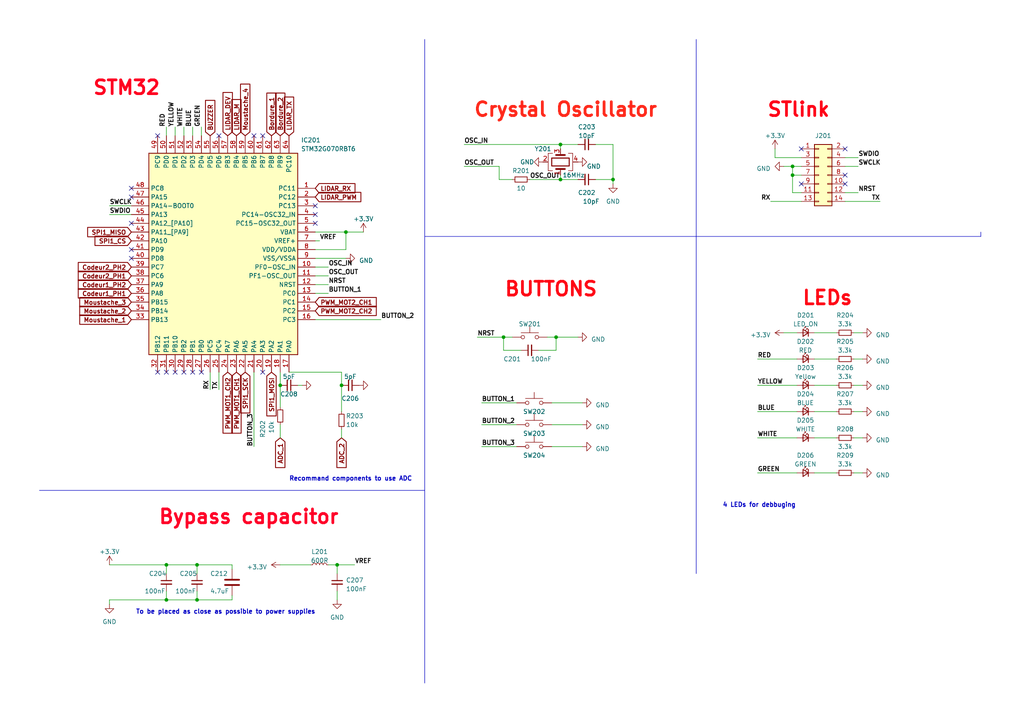
<source format=kicad_sch>
(kicad_sch (version 20230121) (generator eeschema)

  (uuid 8abda904-df56-46c8-a089-72afb6552f77)

  (paper "A4")

  (title_block
    (title "Carte éléctronique Ludzinator")
    (date "2023-09-19")
    (rev "GILLES Baptiste")
  )

  (lib_symbols
    (symbol "Connector_Generic:Conn_02x07_Odd_Even" (pin_names (offset 1.016) hide) (in_bom yes) (on_board yes)
      (property "Reference" "J" (at 1.27 10.16 0)
        (effects (font (size 1.27 1.27)))
      )
      (property "Value" "Conn_02x07_Odd_Even" (at 1.27 -10.16 0)
        (effects (font (size 1.27 1.27)))
      )
      (property "Footprint" "" (at 0 0 0)
        (effects (font (size 1.27 1.27)) hide)
      )
      (property "Datasheet" "~" (at 0 0 0)
        (effects (font (size 1.27 1.27)) hide)
      )
      (property "ki_keywords" "connector" (at 0 0 0)
        (effects (font (size 1.27 1.27)) hide)
      )
      (property "ki_description" "Generic connector, double row, 02x07, odd/even pin numbering scheme (row 1 odd numbers, row 2 even numbers), script generated (kicad-library-utils/schlib/autogen/connector/)" (at 0 0 0)
        (effects (font (size 1.27 1.27)) hide)
      )
      (property "ki_fp_filters" "Connector*:*_2x??_*" (at 0 0 0)
        (effects (font (size 1.27 1.27)) hide)
      )
      (symbol "Conn_02x07_Odd_Even_1_1"
        (rectangle (start -1.27 -7.493) (end 0 -7.747)
          (stroke (width 0.1524) (type default))
          (fill (type none))
        )
        (rectangle (start -1.27 -4.953) (end 0 -5.207)
          (stroke (width 0.1524) (type default))
          (fill (type none))
        )
        (rectangle (start -1.27 -2.413) (end 0 -2.667)
          (stroke (width 0.1524) (type default))
          (fill (type none))
        )
        (rectangle (start -1.27 0.127) (end 0 -0.127)
          (stroke (width 0.1524) (type default))
          (fill (type none))
        )
        (rectangle (start -1.27 2.667) (end 0 2.413)
          (stroke (width 0.1524) (type default))
          (fill (type none))
        )
        (rectangle (start -1.27 5.207) (end 0 4.953)
          (stroke (width 0.1524) (type default))
          (fill (type none))
        )
        (rectangle (start -1.27 7.747) (end 0 7.493)
          (stroke (width 0.1524) (type default))
          (fill (type none))
        )
        (rectangle (start -1.27 8.89) (end 3.81 -8.89)
          (stroke (width 0.254) (type default))
          (fill (type background))
        )
        (rectangle (start 3.81 -7.493) (end 2.54 -7.747)
          (stroke (width 0.1524) (type default))
          (fill (type none))
        )
        (rectangle (start 3.81 -4.953) (end 2.54 -5.207)
          (stroke (width 0.1524) (type default))
          (fill (type none))
        )
        (rectangle (start 3.81 -2.413) (end 2.54 -2.667)
          (stroke (width 0.1524) (type default))
          (fill (type none))
        )
        (rectangle (start 3.81 0.127) (end 2.54 -0.127)
          (stroke (width 0.1524) (type default))
          (fill (type none))
        )
        (rectangle (start 3.81 2.667) (end 2.54 2.413)
          (stroke (width 0.1524) (type default))
          (fill (type none))
        )
        (rectangle (start 3.81 5.207) (end 2.54 4.953)
          (stroke (width 0.1524) (type default))
          (fill (type none))
        )
        (rectangle (start 3.81 7.747) (end 2.54 7.493)
          (stroke (width 0.1524) (type default))
          (fill (type none))
        )
        (pin passive line (at -5.08 7.62 0) (length 3.81)
          (name "Pin_1" (effects (font (size 1.27 1.27))))
          (number "1" (effects (font (size 1.27 1.27))))
        )
        (pin passive line (at 7.62 -2.54 180) (length 3.81)
          (name "Pin_10" (effects (font (size 1.27 1.27))))
          (number "10" (effects (font (size 1.27 1.27))))
        )
        (pin passive line (at -5.08 -5.08 0) (length 3.81)
          (name "Pin_11" (effects (font (size 1.27 1.27))))
          (number "11" (effects (font (size 1.27 1.27))))
        )
        (pin passive line (at 7.62 -5.08 180) (length 3.81)
          (name "Pin_12" (effects (font (size 1.27 1.27))))
          (number "12" (effects (font (size 1.27 1.27))))
        )
        (pin passive line (at -5.08 -7.62 0) (length 3.81)
          (name "Pin_13" (effects (font (size 1.27 1.27))))
          (number "13" (effects (font (size 1.27 1.27))))
        )
        (pin passive line (at 7.62 -7.62 180) (length 3.81)
          (name "Pin_14" (effects (font (size 1.27 1.27))))
          (number "14" (effects (font (size 1.27 1.27))))
        )
        (pin passive line (at 7.62 7.62 180) (length 3.81)
          (name "Pin_2" (effects (font (size 1.27 1.27))))
          (number "2" (effects (font (size 1.27 1.27))))
        )
        (pin passive line (at -5.08 5.08 0) (length 3.81)
          (name "Pin_3" (effects (font (size 1.27 1.27))))
          (number "3" (effects (font (size 1.27 1.27))))
        )
        (pin passive line (at 7.62 5.08 180) (length 3.81)
          (name "Pin_4" (effects (font (size 1.27 1.27))))
          (number "4" (effects (font (size 1.27 1.27))))
        )
        (pin passive line (at -5.08 2.54 0) (length 3.81)
          (name "Pin_5" (effects (font (size 1.27 1.27))))
          (number "5" (effects (font (size 1.27 1.27))))
        )
        (pin passive line (at 7.62 2.54 180) (length 3.81)
          (name "Pin_6" (effects (font (size 1.27 1.27))))
          (number "6" (effects (font (size 1.27 1.27))))
        )
        (pin passive line (at -5.08 0 0) (length 3.81)
          (name "Pin_7" (effects (font (size 1.27 1.27))))
          (number "7" (effects (font (size 1.27 1.27))))
        )
        (pin passive line (at 7.62 0 180) (length 3.81)
          (name "Pin_8" (effects (font (size 1.27 1.27))))
          (number "8" (effects (font (size 1.27 1.27))))
        )
        (pin passive line (at -5.08 -2.54 0) (length 3.81)
          (name "Pin_9" (effects (font (size 1.27 1.27))))
          (number "9" (effects (font (size 1.27 1.27))))
        )
      )
    )
    (symbol "Device:C" (pin_numbers hide) (pin_names (offset 0.254)) (in_bom yes) (on_board yes)
      (property "Reference" "C" (at 0.635 2.54 0)
        (effects (font (size 1.27 1.27)) (justify left))
      )
      (property "Value" "C" (at 0.635 -2.54 0)
        (effects (font (size 1.27 1.27)) (justify left))
      )
      (property "Footprint" "" (at 0.9652 -3.81 0)
        (effects (font (size 1.27 1.27)) hide)
      )
      (property "Datasheet" "~" (at 0 0 0)
        (effects (font (size 1.27 1.27)) hide)
      )
      (property "ki_keywords" "cap capacitor" (at 0 0 0)
        (effects (font (size 1.27 1.27)) hide)
      )
      (property "ki_description" "Unpolarized capacitor" (at 0 0 0)
        (effects (font (size 1.27 1.27)) hide)
      )
      (property "ki_fp_filters" "C_*" (at 0 0 0)
        (effects (font (size 1.27 1.27)) hide)
      )
      (symbol "C_0_1"
        (polyline
          (pts
            (xy -2.032 -0.762)
            (xy 2.032 -0.762)
          )
          (stroke (width 0.508) (type default))
          (fill (type none))
        )
        (polyline
          (pts
            (xy -2.032 0.762)
            (xy 2.032 0.762)
          )
          (stroke (width 0.508) (type default))
          (fill (type none))
        )
      )
      (symbol "C_1_1"
        (pin passive line (at 0 3.81 270) (length 2.794)
          (name "~" (effects (font (size 1.27 1.27))))
          (number "1" (effects (font (size 1.27 1.27))))
        )
        (pin passive line (at 0 -3.81 90) (length 2.794)
          (name "~" (effects (font (size 1.27 1.27))))
          (number "2" (effects (font (size 1.27 1.27))))
        )
      )
    )
    (symbol "Device:C_Small" (pin_numbers hide) (pin_names (offset 0.254) hide) (in_bom yes) (on_board yes)
      (property "Reference" "C" (at 0.254 1.778 0)
        (effects (font (size 1.27 1.27)) (justify left))
      )
      (property "Value" "C_Small" (at 0.254 -2.032 0)
        (effects (font (size 1.27 1.27)) (justify left))
      )
      (property "Footprint" "" (at 0 0 0)
        (effects (font (size 1.27 1.27)) hide)
      )
      (property "Datasheet" "~" (at 0 0 0)
        (effects (font (size 1.27 1.27)) hide)
      )
      (property "ki_keywords" "capacitor cap" (at 0 0 0)
        (effects (font (size 1.27 1.27)) hide)
      )
      (property "ki_description" "Unpolarized capacitor, small symbol" (at 0 0 0)
        (effects (font (size 1.27 1.27)) hide)
      )
      (property "ki_fp_filters" "C_*" (at 0 0 0)
        (effects (font (size 1.27 1.27)) hide)
      )
      (symbol "C_Small_0_1"
        (polyline
          (pts
            (xy -1.524 -0.508)
            (xy 1.524 -0.508)
          )
          (stroke (width 0.3302) (type default))
          (fill (type none))
        )
        (polyline
          (pts
            (xy -1.524 0.508)
            (xy 1.524 0.508)
          )
          (stroke (width 0.3048) (type default))
          (fill (type none))
        )
      )
      (symbol "C_Small_1_1"
        (pin passive line (at 0 2.54 270) (length 2.032)
          (name "~" (effects (font (size 1.27 1.27))))
          (number "1" (effects (font (size 1.27 1.27))))
        )
        (pin passive line (at 0 -2.54 90) (length 2.032)
          (name "~" (effects (font (size 1.27 1.27))))
          (number "2" (effects (font (size 1.27 1.27))))
        )
      )
    )
    (symbol "Device:Crystal_GND24" (pin_names (offset 1.016) hide) (in_bom yes) (on_board yes)
      (property "Reference" "Y" (at 3.175 5.08 0)
        (effects (font (size 1.27 1.27)) (justify left))
      )
      (property "Value" "Crystal_GND24" (at 3.175 3.175 0)
        (effects (font (size 1.27 1.27)) (justify left))
      )
      (property "Footprint" "" (at 0 0 0)
        (effects (font (size 1.27 1.27)) hide)
      )
      (property "Datasheet" "~" (at 0 0 0)
        (effects (font (size 1.27 1.27)) hide)
      )
      (property "ki_keywords" "quartz ceramic resonator oscillator" (at 0 0 0)
        (effects (font (size 1.27 1.27)) hide)
      )
      (property "ki_description" "Four pin crystal, GND on pins 2 and 4" (at 0 0 0)
        (effects (font (size 1.27 1.27)) hide)
      )
      (property "ki_fp_filters" "Crystal*" (at 0 0 0)
        (effects (font (size 1.27 1.27)) hide)
      )
      (symbol "Crystal_GND24_0_1"
        (rectangle (start -1.143 2.54) (end 1.143 -2.54)
          (stroke (width 0.3048) (type default))
          (fill (type none))
        )
        (polyline
          (pts
            (xy -2.54 0)
            (xy -2.032 0)
          )
          (stroke (width 0) (type default))
          (fill (type none))
        )
        (polyline
          (pts
            (xy -2.032 -1.27)
            (xy -2.032 1.27)
          )
          (stroke (width 0.508) (type default))
          (fill (type none))
        )
        (polyline
          (pts
            (xy 0 -3.81)
            (xy 0 -3.556)
          )
          (stroke (width 0) (type default))
          (fill (type none))
        )
        (polyline
          (pts
            (xy 0 3.556)
            (xy 0 3.81)
          )
          (stroke (width 0) (type default))
          (fill (type none))
        )
        (polyline
          (pts
            (xy 2.032 -1.27)
            (xy 2.032 1.27)
          )
          (stroke (width 0.508) (type default))
          (fill (type none))
        )
        (polyline
          (pts
            (xy 2.032 0)
            (xy 2.54 0)
          )
          (stroke (width 0) (type default))
          (fill (type none))
        )
        (polyline
          (pts
            (xy -2.54 -2.286)
            (xy -2.54 -3.556)
            (xy 2.54 -3.556)
            (xy 2.54 -2.286)
          )
          (stroke (width 0) (type default))
          (fill (type none))
        )
        (polyline
          (pts
            (xy -2.54 2.286)
            (xy -2.54 3.556)
            (xy 2.54 3.556)
            (xy 2.54 2.286)
          )
          (stroke (width 0) (type default))
          (fill (type none))
        )
      )
      (symbol "Crystal_GND24_1_1"
        (pin passive line (at -3.81 0 0) (length 1.27)
          (name "1" (effects (font (size 1.27 1.27))))
          (number "1" (effects (font (size 1.27 1.27))))
        )
        (pin passive line (at 0 5.08 270) (length 1.27)
          (name "2" (effects (font (size 1.27 1.27))))
          (number "2" (effects (font (size 1.27 1.27))))
        )
        (pin passive line (at 3.81 0 180) (length 1.27)
          (name "3" (effects (font (size 1.27 1.27))))
          (number "3" (effects (font (size 1.27 1.27))))
        )
        (pin passive line (at 0 -5.08 90) (length 1.27)
          (name "4" (effects (font (size 1.27 1.27))))
          (number "4" (effects (font (size 1.27 1.27))))
        )
      )
    )
    (symbol "Device:LED_Small" (pin_numbers hide) (pin_names (offset 0.254) hide) (in_bom yes) (on_board yes)
      (property "Reference" "D" (at -1.27 3.175 0)
        (effects (font (size 1.27 1.27)) (justify left))
      )
      (property "Value" "LED_Small" (at -4.445 -2.54 0)
        (effects (font (size 1.27 1.27)) (justify left))
      )
      (property "Footprint" "" (at 0 0 90)
        (effects (font (size 1.27 1.27)) hide)
      )
      (property "Datasheet" "~" (at 0 0 90)
        (effects (font (size 1.27 1.27)) hide)
      )
      (property "ki_keywords" "LED diode light-emitting-diode" (at 0 0 0)
        (effects (font (size 1.27 1.27)) hide)
      )
      (property "ki_description" "Light emitting diode, small symbol" (at 0 0 0)
        (effects (font (size 1.27 1.27)) hide)
      )
      (property "ki_fp_filters" "LED* LED_SMD:* LED_THT:*" (at 0 0 0)
        (effects (font (size 1.27 1.27)) hide)
      )
      (symbol "LED_Small_0_1"
        (polyline
          (pts
            (xy -0.762 -1.016)
            (xy -0.762 1.016)
          )
          (stroke (width 0.254) (type default))
          (fill (type none))
        )
        (polyline
          (pts
            (xy 1.016 0)
            (xy -0.762 0)
          )
          (stroke (width 0) (type default))
          (fill (type none))
        )
        (polyline
          (pts
            (xy 0.762 -1.016)
            (xy -0.762 0)
            (xy 0.762 1.016)
            (xy 0.762 -1.016)
          )
          (stroke (width 0.254) (type default))
          (fill (type none))
        )
        (polyline
          (pts
            (xy 0 0.762)
            (xy -0.508 1.27)
            (xy -0.254 1.27)
            (xy -0.508 1.27)
            (xy -0.508 1.016)
          )
          (stroke (width 0) (type default))
          (fill (type none))
        )
        (polyline
          (pts
            (xy 0.508 1.27)
            (xy 0 1.778)
            (xy 0.254 1.778)
            (xy 0 1.778)
            (xy 0 1.524)
          )
          (stroke (width 0) (type default))
          (fill (type none))
        )
      )
      (symbol "LED_Small_1_1"
        (pin passive line (at -2.54 0 0) (length 1.778)
          (name "K" (effects (font (size 1.27 1.27))))
          (number "1" (effects (font (size 1.27 1.27))))
        )
        (pin passive line (at 2.54 0 180) (length 1.778)
          (name "A" (effects (font (size 1.27 1.27))))
          (number "2" (effects (font (size 1.27 1.27))))
        )
      )
    )
    (symbol "Device:L_Small" (pin_numbers hide) (pin_names (offset 0.254) hide) (in_bom yes) (on_board yes)
      (property "Reference" "L" (at 0.762 1.016 0)
        (effects (font (size 1.27 1.27)) (justify left))
      )
      (property "Value" "L_Small" (at 0.762 -1.016 0)
        (effects (font (size 1.27 1.27)) (justify left))
      )
      (property "Footprint" "" (at 0 0 0)
        (effects (font (size 1.27 1.27)) hide)
      )
      (property "Datasheet" "~" (at 0 0 0)
        (effects (font (size 1.27 1.27)) hide)
      )
      (property "ki_keywords" "inductor choke coil reactor magnetic" (at 0 0 0)
        (effects (font (size 1.27 1.27)) hide)
      )
      (property "ki_description" "Inductor, small symbol" (at 0 0 0)
        (effects (font (size 1.27 1.27)) hide)
      )
      (property "ki_fp_filters" "Choke_* *Coil* Inductor_* L_*" (at 0 0 0)
        (effects (font (size 1.27 1.27)) hide)
      )
      (symbol "L_Small_0_1"
        (arc (start 0 -2.032) (mid 0.5058 -1.524) (end 0 -1.016)
          (stroke (width 0) (type default))
          (fill (type none))
        )
        (arc (start 0 -1.016) (mid 0.5058 -0.508) (end 0 0)
          (stroke (width 0) (type default))
          (fill (type none))
        )
        (arc (start 0 0) (mid 0.5058 0.508) (end 0 1.016)
          (stroke (width 0) (type default))
          (fill (type none))
        )
        (arc (start 0 1.016) (mid 0.5058 1.524) (end 0 2.032)
          (stroke (width 0) (type default))
          (fill (type none))
        )
      )
      (symbol "L_Small_1_1"
        (pin passive line (at 0 2.54 270) (length 0.508)
          (name "~" (effects (font (size 1.27 1.27))))
          (number "1" (effects (font (size 1.27 1.27))))
        )
        (pin passive line (at 0 -2.54 90) (length 0.508)
          (name "~" (effects (font (size 1.27 1.27))))
          (number "2" (effects (font (size 1.27 1.27))))
        )
      )
    )
    (symbol "Device:R_Small" (pin_numbers hide) (pin_names (offset 0.254) hide) (in_bom yes) (on_board yes)
      (property "Reference" "R" (at 0.762 0.508 0)
        (effects (font (size 1.27 1.27)) (justify left))
      )
      (property "Value" "R_Small" (at 0.762 -1.016 0)
        (effects (font (size 1.27 1.27)) (justify left))
      )
      (property "Footprint" "" (at 0 0 0)
        (effects (font (size 1.27 1.27)) hide)
      )
      (property "Datasheet" "~" (at 0 0 0)
        (effects (font (size 1.27 1.27)) hide)
      )
      (property "ki_keywords" "R resistor" (at 0 0 0)
        (effects (font (size 1.27 1.27)) hide)
      )
      (property "ki_description" "Resistor, small symbol" (at 0 0 0)
        (effects (font (size 1.27 1.27)) hide)
      )
      (property "ki_fp_filters" "R_*" (at 0 0 0)
        (effects (font (size 1.27 1.27)) hide)
      )
      (symbol "R_Small_0_1"
        (rectangle (start -0.762 1.778) (end 0.762 -1.778)
          (stroke (width 0.2032) (type default))
          (fill (type none))
        )
      )
      (symbol "R_Small_1_1"
        (pin passive line (at 0 2.54 270) (length 0.762)
          (name "~" (effects (font (size 1.27 1.27))))
          (number "1" (effects (font (size 1.27 1.27))))
        )
        (pin passive line (at 0 -2.54 90) (length 0.762)
          (name "~" (effects (font (size 1.27 1.27))))
          (number "2" (effects (font (size 1.27 1.27))))
        )
      )
    )
    (symbol "Ludzlib:STM32G070RBT6" (in_bom yes) (on_board yes)
      (property "Reference" "IC" (at 49.53 15.24 0)
        (effects (font (size 1.27 1.27)) (justify left top))
      )
      (property "Value" "STM32G070RBT6" (at 49.53 12.7 0)
        (effects (font (size 1.27 1.27)) (justify left top))
      )
      (property "Footprint" "QFP50P1200X1200X160-64N" (at 49.53 -87.3 0)
        (effects (font (size 1.27 1.27)) (justify left top) hide)
      )
      (property "Datasheet" "https://componentsearchengine.com/Datasheets/1/STM32G070RBT6.pdf" (at 49.53 -187.3 0)
        (effects (font (size 1.27 1.27)) (justify left top) hide)
      )
      (property "Height" "1.6" (at 49.53 -387.3 0)
        (effects (font (size 1.27 1.27)) (justify left top) hide)
      )
      (property "Mouser Part Number" "511-STM32G070RBT6" (at 49.53 -487.3 0)
        (effects (font (size 1.27 1.27)) (justify left top) hide)
      )
      (property "Mouser Price/Stock" "https://www.mouser.co.uk/ProductDetail/STMicroelectronics/STM32G070RBT6?qs=l7cgNqFNU1g2MF3TqxTHUQ%3D%3D" (at 49.53 -587.3 0)
        (effects (font (size 1.27 1.27)) (justify left top) hide)
      )
      (property "Manufacturer_Name" "STMicroelectronics" (at 49.53 -687.3 0)
        (effects (font (size 1.27 1.27)) (justify left top) hide)
      )
      (property "Manufacturer_Part_Number" "STM32G070RBT6" (at 49.53 -787.3 0)
        (effects (font (size 1.27 1.27)) (justify left top) hide)
      )
      (property "ki_description" "ARM Microcontrollers - MCU Arm Cortex -M0+ 32-bit MCU, 128 KB Flash, 36 KB RAM, 4x USART, timers, ADC, comm. I/Fs, 2.0-3.6V" (at 0 0 0)
        (effects (font (size 1.27 1.27)) hide)
      )
      (symbol "STM32G070RBT6_1_1"
        (rectangle (start 5.08 10.16) (end 48.26 -48.26)
          (stroke (width 0.254) (type default))
          (fill (type background))
        )
        (pin passive line (at 0 0 0) (length 5.08)
          (name "PC11" (effects (font (size 1.27 1.27))))
          (number "1" (effects (font (size 1.27 1.27))))
        )
        (pin passive line (at 0 -22.86 0) (length 5.08)
          (name "PF0-OSC_IN" (effects (font (size 1.27 1.27))))
          (number "10" (effects (font (size 1.27 1.27))))
        )
        (pin passive line (at 0 -25.4 0) (length 5.08)
          (name "PF1-OSC_OUT" (effects (font (size 1.27 1.27))))
          (number "11" (effects (font (size 1.27 1.27))))
        )
        (pin passive line (at 0 -27.94 0) (length 5.08)
          (name "NRST" (effects (font (size 1.27 1.27))))
          (number "12" (effects (font (size 1.27 1.27))))
        )
        (pin passive line (at 0 -30.48 0) (length 5.08)
          (name "PC0" (effects (font (size 1.27 1.27))))
          (number "13" (effects (font (size 1.27 1.27))))
        )
        (pin passive line (at 0 -33.02 0) (length 5.08)
          (name "PC1" (effects (font (size 1.27 1.27))))
          (number "14" (effects (font (size 1.27 1.27))))
        )
        (pin passive line (at 0 -35.56 0) (length 5.08)
          (name "PC2" (effects (font (size 1.27 1.27))))
          (number "15" (effects (font (size 1.27 1.27))))
        )
        (pin passive line (at 0 -38.1 0) (length 5.08)
          (name "PC3" (effects (font (size 1.27 1.27))))
          (number "16" (effects (font (size 1.27 1.27))))
        )
        (pin passive line (at 7.62 -53.34 90) (length 5.08)
          (name "PA0" (effects (font (size 1.27 1.27))))
          (number "17" (effects (font (size 1.27 1.27))))
        )
        (pin passive line (at 10.16 -53.34 90) (length 5.08)
          (name "PA1" (effects (font (size 1.27 1.27))))
          (number "18" (effects (font (size 1.27 1.27))))
        )
        (pin passive line (at 12.7 -53.34 90) (length 5.08)
          (name "PA2" (effects (font (size 1.27 1.27))))
          (number "19" (effects (font (size 1.27 1.27))))
        )
        (pin passive line (at 0 -2.54 0) (length 5.08)
          (name "PC12" (effects (font (size 1.27 1.27))))
          (number "2" (effects (font (size 1.27 1.27))))
        )
        (pin passive line (at 15.24 -53.34 90) (length 5.08)
          (name "PA3" (effects (font (size 1.27 1.27))))
          (number "20" (effects (font (size 1.27 1.27))))
        )
        (pin passive line (at 17.78 -53.34 90) (length 5.08)
          (name "PA4" (effects (font (size 1.27 1.27))))
          (number "21" (effects (font (size 1.27 1.27))))
        )
        (pin passive line (at 20.32 -53.34 90) (length 5.08)
          (name "PA5" (effects (font (size 1.27 1.27))))
          (number "22" (effects (font (size 1.27 1.27))))
        )
        (pin passive line (at 22.86 -53.34 90) (length 5.08)
          (name "PA6" (effects (font (size 1.27 1.27))))
          (number "23" (effects (font (size 1.27 1.27))))
        )
        (pin passive line (at 25.4 -53.34 90) (length 5.08)
          (name "PA7" (effects (font (size 1.27 1.27))))
          (number "24" (effects (font (size 1.27 1.27))))
        )
        (pin passive line (at 27.94 -53.34 90) (length 5.08)
          (name "PC4" (effects (font (size 1.27 1.27))))
          (number "25" (effects (font (size 1.27 1.27))))
        )
        (pin passive line (at 30.48 -53.34 90) (length 5.08)
          (name "PC5" (effects (font (size 1.27 1.27))))
          (number "26" (effects (font (size 1.27 1.27))))
        )
        (pin passive line (at 33.02 -53.34 90) (length 5.08)
          (name "PB0" (effects (font (size 1.27 1.27))))
          (number "27" (effects (font (size 1.27 1.27))))
        )
        (pin passive line (at 35.56 -53.34 90) (length 5.08)
          (name "PB1" (effects (font (size 1.27 1.27))))
          (number "28" (effects (font (size 1.27 1.27))))
        )
        (pin passive line (at 38.1 -53.34 90) (length 5.08)
          (name "PB2" (effects (font (size 1.27 1.27))))
          (number "29" (effects (font (size 1.27 1.27))))
        )
        (pin passive line (at 0 -5.08 0) (length 5.08)
          (name "PC13" (effects (font (size 1.27 1.27))))
          (number "3" (effects (font (size 1.27 1.27))))
        )
        (pin passive line (at 40.64 -53.34 90) (length 5.08)
          (name "PB10" (effects (font (size 1.27 1.27))))
          (number "30" (effects (font (size 1.27 1.27))))
        )
        (pin passive line (at 43.18 -53.34 90) (length 5.08)
          (name "PB11" (effects (font (size 1.27 1.27))))
          (number "31" (effects (font (size 1.27 1.27))))
        )
        (pin passive line (at 45.72 -53.34 90) (length 5.08)
          (name "PB12" (effects (font (size 1.27 1.27))))
          (number "32" (effects (font (size 1.27 1.27))))
        )
        (pin passive line (at 53.34 -38.1 180) (length 5.08)
          (name "PB13" (effects (font (size 1.27 1.27))))
          (number "33" (effects (font (size 1.27 1.27))))
        )
        (pin passive line (at 53.34 -35.56 180) (length 5.08)
          (name "PB14" (effects (font (size 1.27 1.27))))
          (number "34" (effects (font (size 1.27 1.27))))
        )
        (pin passive line (at 53.34 -33.02 180) (length 5.08)
          (name "PB15" (effects (font (size 1.27 1.27))))
          (number "35" (effects (font (size 1.27 1.27))))
        )
        (pin passive line (at 53.34 -30.48 180) (length 5.08)
          (name "PA8" (effects (font (size 1.27 1.27))))
          (number "36" (effects (font (size 1.27 1.27))))
        )
        (pin passive line (at 53.34 -27.94 180) (length 5.08)
          (name "PA9" (effects (font (size 1.27 1.27))))
          (number "37" (effects (font (size 1.27 1.27))))
        )
        (pin passive line (at 53.34 -25.4 180) (length 5.08)
          (name "PC6" (effects (font (size 1.27 1.27))))
          (number "38" (effects (font (size 1.27 1.27))))
        )
        (pin passive line (at 53.34 -22.86 180) (length 5.08)
          (name "PC7" (effects (font (size 1.27 1.27))))
          (number "39" (effects (font (size 1.27 1.27))))
        )
        (pin passive line (at 0 -7.62 0) (length 5.08)
          (name "PC14-OSC32_IN" (effects (font (size 1.27 1.27))))
          (number "4" (effects (font (size 1.27 1.27))))
        )
        (pin passive line (at 53.34 -20.32 180) (length 5.08)
          (name "PD8" (effects (font (size 1.27 1.27))))
          (number "40" (effects (font (size 1.27 1.27))))
        )
        (pin passive line (at 53.34 -17.78 180) (length 5.08)
          (name "PD9" (effects (font (size 1.27 1.27))))
          (number "41" (effects (font (size 1.27 1.27))))
        )
        (pin passive line (at 53.34 -15.24 180) (length 5.08)
          (name "PA10" (effects (font (size 1.27 1.27))))
          (number "42" (effects (font (size 1.27 1.27))))
        )
        (pin passive line (at 53.34 -12.7 180) (length 5.08)
          (name "PA11_[PA9]" (effects (font (size 1.27 1.27))))
          (number "43" (effects (font (size 1.27 1.27))))
        )
        (pin passive line (at 53.34 -10.16 180) (length 5.08)
          (name "PA12_[PA10]" (effects (font (size 1.27 1.27))))
          (number "44" (effects (font (size 1.27 1.27))))
        )
        (pin passive line (at 53.34 -7.62 180) (length 5.08)
          (name "PA13" (effects (font (size 1.27 1.27))))
          (number "45" (effects (font (size 1.27 1.27))))
        )
        (pin passive line (at 53.34 -5.08 180) (length 5.08)
          (name "PA14-BOOT0" (effects (font (size 1.27 1.27))))
          (number "46" (effects (font (size 1.27 1.27))))
        )
        (pin passive line (at 53.34 -2.54 180) (length 5.08)
          (name "PA15" (effects (font (size 1.27 1.27))))
          (number "47" (effects (font (size 1.27 1.27))))
        )
        (pin passive line (at 53.34 0 180) (length 5.08)
          (name "PC8" (effects (font (size 1.27 1.27))))
          (number "48" (effects (font (size 1.27 1.27))))
        )
        (pin passive line (at 45.72 15.24 270) (length 5.08)
          (name "PC9" (effects (font (size 1.27 1.27))))
          (number "49" (effects (font (size 1.27 1.27))))
        )
        (pin passive line (at 0 -10.16 0) (length 5.08)
          (name "PC15-OSC32_OUT" (effects (font (size 1.27 1.27))))
          (number "5" (effects (font (size 1.27 1.27))))
        )
        (pin passive line (at 43.18 15.24 270) (length 5.08)
          (name "PD0" (effects (font (size 1.27 1.27))))
          (number "50" (effects (font (size 1.27 1.27))))
        )
        (pin passive line (at 40.64 15.24 270) (length 5.08)
          (name "PD1" (effects (font (size 1.27 1.27))))
          (number "51" (effects (font (size 1.27 1.27))))
        )
        (pin passive line (at 38.1 15.24 270) (length 5.08)
          (name "PD2" (effects (font (size 1.27 1.27))))
          (number "52" (effects (font (size 1.27 1.27))))
        )
        (pin passive line (at 35.56 15.24 270) (length 5.08)
          (name "PD3" (effects (font (size 1.27 1.27))))
          (number "53" (effects (font (size 1.27 1.27))))
        )
        (pin passive line (at 33.02 15.24 270) (length 5.08)
          (name "PD4" (effects (font (size 1.27 1.27))))
          (number "54" (effects (font (size 1.27 1.27))))
        )
        (pin passive line (at 30.48 15.24 270) (length 5.08)
          (name "PD5" (effects (font (size 1.27 1.27))))
          (number "55" (effects (font (size 1.27 1.27))))
        )
        (pin passive line (at 27.94 15.24 270) (length 5.08)
          (name "PD6" (effects (font (size 1.27 1.27))))
          (number "56" (effects (font (size 1.27 1.27))))
        )
        (pin passive line (at 25.4 15.24 270) (length 5.08)
          (name "PB3" (effects (font (size 1.27 1.27))))
          (number "57" (effects (font (size 1.27 1.27))))
        )
        (pin passive line (at 22.86 15.24 270) (length 5.08)
          (name "PB4" (effects (font (size 1.27 1.27))))
          (number "58" (effects (font (size 1.27 1.27))))
        )
        (pin passive line (at 20.32 15.24 270) (length 5.08)
          (name "PB5" (effects (font (size 1.27 1.27))))
          (number "59" (effects (font (size 1.27 1.27))))
        )
        (pin passive line (at 0 -12.7 0) (length 5.08)
          (name "VBAT" (effects (font (size 1.27 1.27))))
          (number "6" (effects (font (size 1.27 1.27))))
        )
        (pin passive line (at 17.78 15.24 270) (length 5.08)
          (name "PB6" (effects (font (size 1.27 1.27))))
          (number "60" (effects (font (size 1.27 1.27))))
        )
        (pin passive line (at 15.24 15.24 270) (length 5.08)
          (name "PB7" (effects (font (size 1.27 1.27))))
          (number "61" (effects (font (size 1.27 1.27))))
        )
        (pin passive line (at 12.7 15.24 270) (length 5.08)
          (name "PB8" (effects (font (size 1.27 1.27))))
          (number "62" (effects (font (size 1.27 1.27))))
        )
        (pin passive line (at 10.16 15.24 270) (length 5.08)
          (name "PB9" (effects (font (size 1.27 1.27))))
          (number "63" (effects (font (size 1.27 1.27))))
        )
        (pin passive line (at 7.62 15.24 270) (length 5.08)
          (name "PC10" (effects (font (size 1.27 1.27))))
          (number "64" (effects (font (size 1.27 1.27))))
        )
        (pin passive line (at 0 -15.24 0) (length 5.08)
          (name "VREF+" (effects (font (size 1.27 1.27))))
          (number "7" (effects (font (size 1.27 1.27))))
        )
        (pin passive line (at 0 -17.78 0) (length 5.08)
          (name "VDD/VDDA" (effects (font (size 1.27 1.27))))
          (number "8" (effects (font (size 1.27 1.27))))
        )
        (pin passive line (at 0 -20.32 0) (length 5.08)
          (name "VSS/VSSA" (effects (font (size 1.27 1.27))))
          (number "9" (effects (font (size 1.27 1.27))))
        )
      )
    )
    (symbol "Switch:SW_Push" (pin_numbers hide) (pin_names (offset 1.016) hide) (in_bom yes) (on_board yes)
      (property "Reference" "SW" (at 1.27 2.54 0)
        (effects (font (size 1.27 1.27)) (justify left))
      )
      (property "Value" "SW_Push" (at 0 -1.524 0)
        (effects (font (size 1.27 1.27)))
      )
      (property "Footprint" "" (at 0 5.08 0)
        (effects (font (size 1.27 1.27)) hide)
      )
      (property "Datasheet" "~" (at 0 5.08 0)
        (effects (font (size 1.27 1.27)) hide)
      )
      (property "ki_keywords" "switch normally-open pushbutton push-button" (at 0 0 0)
        (effects (font (size 1.27 1.27)) hide)
      )
      (property "ki_description" "Push button switch, generic, two pins" (at 0 0 0)
        (effects (font (size 1.27 1.27)) hide)
      )
      (symbol "SW_Push_0_1"
        (circle (center -2.032 0) (radius 0.508)
          (stroke (width 0) (type default))
          (fill (type none))
        )
        (polyline
          (pts
            (xy 0 1.27)
            (xy 0 3.048)
          )
          (stroke (width 0) (type default))
          (fill (type none))
        )
        (polyline
          (pts
            (xy 2.54 1.27)
            (xy -2.54 1.27)
          )
          (stroke (width 0) (type default))
          (fill (type none))
        )
        (circle (center 2.032 0) (radius 0.508)
          (stroke (width 0) (type default))
          (fill (type none))
        )
        (pin passive line (at -5.08 0 0) (length 2.54)
          (name "1" (effects (font (size 1.27 1.27))))
          (number "1" (effects (font (size 1.27 1.27))))
        )
        (pin passive line (at 5.08 0 180) (length 2.54)
          (name "2" (effects (font (size 1.27 1.27))))
          (number "2" (effects (font (size 1.27 1.27))))
        )
      )
    )
    (symbol "power:+3.3V" (power) (pin_names (offset 0)) (in_bom yes) (on_board yes)
      (property "Reference" "#PWR" (at 0 -3.81 0)
        (effects (font (size 1.27 1.27)) hide)
      )
      (property "Value" "+3.3V" (at 0 3.556 0)
        (effects (font (size 1.27 1.27)))
      )
      (property "Footprint" "" (at 0 0 0)
        (effects (font (size 1.27 1.27)) hide)
      )
      (property "Datasheet" "" (at 0 0 0)
        (effects (font (size 1.27 1.27)) hide)
      )
      (property "ki_keywords" "global power" (at 0 0 0)
        (effects (font (size 1.27 1.27)) hide)
      )
      (property "ki_description" "Power symbol creates a global label with name \"+3.3V\"" (at 0 0 0)
        (effects (font (size 1.27 1.27)) hide)
      )
      (symbol "+3.3V_0_1"
        (polyline
          (pts
            (xy -0.762 1.27)
            (xy 0 2.54)
          )
          (stroke (width 0) (type default))
          (fill (type none))
        )
        (polyline
          (pts
            (xy 0 0)
            (xy 0 2.54)
          )
          (stroke (width 0) (type default))
          (fill (type none))
        )
        (polyline
          (pts
            (xy 0 2.54)
            (xy 0.762 1.27)
          )
          (stroke (width 0) (type default))
          (fill (type none))
        )
      )
      (symbol "+3.3V_1_1"
        (pin power_in line (at 0 0 90) (length 0) hide
          (name "+3.3V" (effects (font (size 1.27 1.27))))
          (number "1" (effects (font (size 1.27 1.27))))
        )
      )
    )
    (symbol "power:GND" (power) (pin_names (offset 0)) (in_bom yes) (on_board yes)
      (property "Reference" "#PWR" (at 0 -6.35 0)
        (effects (font (size 1.27 1.27)) hide)
      )
      (property "Value" "GND" (at 0 -3.81 0)
        (effects (font (size 1.27 1.27)))
      )
      (property "Footprint" "" (at 0 0 0)
        (effects (font (size 1.27 1.27)) hide)
      )
      (property "Datasheet" "" (at 0 0 0)
        (effects (font (size 1.27 1.27)) hide)
      )
      (property "ki_keywords" "global power" (at 0 0 0)
        (effects (font (size 1.27 1.27)) hide)
      )
      (property "ki_description" "Power symbol creates a global label with name \"GND\" , ground" (at 0 0 0)
        (effects (font (size 1.27 1.27)) hide)
      )
      (symbol "GND_0_1"
        (polyline
          (pts
            (xy 0 0)
            (xy 0 -1.27)
            (xy 1.27 -1.27)
            (xy 0 -2.54)
            (xy -1.27 -1.27)
            (xy 0 -1.27)
          )
          (stroke (width 0) (type default))
          (fill (type none))
        )
      )
      (symbol "GND_1_1"
        (pin power_in line (at 0 0 270) (length 0) hide
          (name "GND" (effects (font (size 1.27 1.27))))
          (number "1" (effects (font (size 1.27 1.27))))
        )
      )
    )
  )


  (junction (at 48.26 173.99) (diameter 0) (color 0 0 0 0)
    (uuid 181289f8-a649-43b7-82c2-cb385cfa8afd)
  )
  (junction (at 162.56 41.91) (diameter 0) (color 0 0 0 0)
    (uuid 1e6de31b-dd09-477d-b09d-26d3bdf90d2c)
  )
  (junction (at 162.56 52.07) (diameter 0) (color 0 0 0 0)
    (uuid 2d3b3069-f8c0-4cd9-9d84-bef8741ff742)
  )
  (junction (at 97.79 163.83) (diameter 0) (color 0 0 0 0)
    (uuid 4e7d3f56-4cdf-4849-98f9-43617d9b5c4b)
  )
  (junction (at 57.15 173.99) (diameter 0) (color 0 0 0 0)
    (uuid 59d16edb-0e87-4a16-b46b-76ab5e65fd07)
  )
  (junction (at 100.33 67.31) (diameter 0) (color 0 0 0 0)
    (uuid 7758014e-c1e8-4377-b5c9-1e83cff9a291)
  )
  (junction (at 146.05 97.79) (diameter 0) (color 0 0 0 0)
    (uuid 800f6f69-c56f-45b9-97f7-383b3d137beb)
  )
  (junction (at 99.06 111.76) (diameter 0) (color 0 0 0 0)
    (uuid 9213c74d-760c-41a0-a391-114445a8ef04)
  )
  (junction (at 161.29 97.79) (diameter 0) (color 0 0 0 0)
    (uuid 96726a42-6c48-4e1f-9399-96517f73f4e8)
  )
  (junction (at 229.87 48.26) (diameter 0) (color 0 0 0 0)
    (uuid a2d881c2-1471-40f7-9c34-c68af67b805d)
  )
  (junction (at 48.26 163.83) (diameter 0) (color 0 0 0 0)
    (uuid a9702bc5-e356-4ff9-abd6-5a798eaa2ddf)
  )
  (junction (at 229.87 50.8) (diameter 0) (color 0 0 0 0)
    (uuid b56ba875-9364-4165-9945-938b0aa1ef92)
  )
  (junction (at 81.28 111.76) (diameter 0) (color 0 0 0 0)
    (uuid d5fba381-3586-4e1e-87d6-7edd205ad119)
  )
  (junction (at 57.15 163.83) (diameter 0) (color 0 0 0 0)
    (uuid e889aae3-ffaa-4618-bd52-8dca1f066e42)
  )
  (junction (at 177.8 52.07) (diameter 0) (color 0 0 0 0)
    (uuid f5de7bce-835d-4415-b4ac-5adcf9170cfb)
  )

  (no_connect (at 38.1 57.15) (uuid 004cfbf9-f30a-4881-9f89-f8e34b066a99))
  (no_connect (at 50.8 107.95) (uuid 0fa48f3e-694d-41de-aa8d-e60e3e567414))
  (no_connect (at 53.34 107.95) (uuid 132f5455-45c1-4dce-b5bc-cd1e5484cea9))
  (no_connect (at 91.44 62.23) (uuid 1849dda1-7f93-4fa2-b042-ed50e8d373cf))
  (no_connect (at 245.11 53.34) (uuid 23213a00-310c-49a8-ab3c-b197bf669ae8))
  (no_connect (at 76.2 39.37) (uuid 2dfa8404-75f5-4d15-b1be-f2af60143192))
  (no_connect (at 55.88 107.95) (uuid 36915b2f-0866-42fa-8ace-f4ea5d34bcdc))
  (no_connect (at 91.44 59.69) (uuid 3a377cee-dee9-4330-9a23-42dc76a32239))
  (no_connect (at 38.1 74.93) (uuid 40865b3f-a4ee-41be-8a22-c73a9972c378))
  (no_connect (at 38.1 64.77) (uuid 5f1512bc-6b66-4ddc-97b6-58c512014789))
  (no_connect (at 38.1 54.61) (uuid 64a636ad-8cb9-4889-ba3f-0d36bf29f84f))
  (no_connect (at 73.66 39.37) (uuid 6575ce6d-ca06-4f61-9e79-4d35e157381d))
  (no_connect (at 76.2 107.95) (uuid 86bf65c0-fa3d-4331-a97a-1383f68f163d))
  (no_connect (at 63.5 39.37) (uuid 97473f60-798c-4724-aaa1-e5f0ca211368))
  (no_connect (at 45.72 39.37) (uuid 9abaeba7-c8b9-472e-8361-ece2a29e68eb))
  (no_connect (at 58.42 107.95) (uuid b49ef7dc-4211-47a2-8b6c-5496e32c1519))
  (no_connect (at 91.44 64.77) (uuid d238d352-2912-4cd8-84ce-45f88eb5e28b))
  (no_connect (at 232.41 53.34) (uuid d8aa42ab-6625-4f7b-a006-e15cf8f9a66a))
  (no_connect (at 45.72 107.95) (uuid de0f0684-3de5-4ed0-88a1-ff849a4a3f48))
  (no_connect (at 38.1 72.39) (uuid e4d10eab-09bb-44b7-be23-6b25d65eaa0d))
  (no_connect (at 245.11 43.18) (uuid e8073a5a-d69d-49ad-afdc-56170a02ed1d))
  (no_connect (at 245.11 50.8) (uuid f019622e-a378-439e-8973-378e377f09d5))
  (no_connect (at 232.41 43.18) (uuid f84605ff-aa1f-451a-99ef-5839ba4b748c))
  (no_connect (at 48.26 107.95) (uuid fedc7b25-e235-4fa4-846f-eae57864d6b6))

  (wire (pts (xy 146.05 101.6) (xy 146.05 97.79))
    (stroke (width 0) (type default))
    (uuid 01c3cb16-263d-4451-b401-12414275afd9)
  )
  (wire (pts (xy 236.22 96.52) (xy 242.57 96.52))
    (stroke (width 0) (type default))
    (uuid 02192d1f-168c-42c2-9a07-7c722afd5019)
  )
  (wire (pts (xy 160.02 116.84) (xy 168.91 116.84))
    (stroke (width 0) (type default))
    (uuid 074a3d7f-f336-43d3-bee6-d17befeb8dcd)
  )
  (wire (pts (xy 139.7 123.19) (xy 149.86 123.19))
    (stroke (width 0) (type default))
    (uuid 074f490a-8caa-4a77-ac69-8efcd59c59e6)
  )
  (wire (pts (xy 67.31 172.72) (xy 67.31 173.99))
    (stroke (width 0) (type default))
    (uuid 0a90584c-036f-44eb-8151-0d283e85a040)
  )
  (wire (pts (xy 81.28 107.95) (xy 81.28 111.76))
    (stroke (width 0) (type default))
    (uuid 0ba3da7b-3a2a-4928-8f5a-1b306318c0d5)
  )
  (wire (pts (xy 227.33 48.26) (xy 229.87 48.26))
    (stroke (width 0) (type default))
    (uuid 16d2f2df-06aa-4b0b-ae70-715b9eaa2205)
  )
  (wire (pts (xy 99.06 107.95) (xy 99.06 111.76))
    (stroke (width 0) (type default))
    (uuid 177c3a44-8044-43dc-85dc-1453ab520eaf)
  )
  (wire (pts (xy 86.36 111.76) (xy 87.63 111.76))
    (stroke (width 0) (type default))
    (uuid 18d11e90-be6a-4df3-991e-40bfda01be47)
  )
  (polyline (pts (xy 123.19 68.58) (xy 201.93 68.58))
    (stroke (width 0) (type default))
    (uuid 1b0e6789-1586-4970-b847-6a561e173b1a)
  )

  (wire (pts (xy 105.41 67.31) (xy 100.33 67.31))
    (stroke (width 0) (type default))
    (uuid 1b2082dc-7314-4963-b4be-fcd150c118db)
  )
  (wire (pts (xy 100.33 74.93) (xy 91.44 74.93))
    (stroke (width 0) (type default))
    (uuid 1b9c2b13-661b-4cd7-a3b1-51419e722255)
  )
  (wire (pts (xy 160.02 129.54) (xy 168.91 129.54))
    (stroke (width 0) (type default))
    (uuid 1fc2888c-59ff-4e95-a11f-0c559d70ad49)
  )
  (wire (pts (xy 57.15 166.37) (xy 57.15 163.83))
    (stroke (width 0) (type default))
    (uuid 1fd8c6c0-c4b8-4cf4-b631-74183f4b23b1)
  )
  (wire (pts (xy 245.11 48.26) (xy 248.92 48.26))
    (stroke (width 0) (type default))
    (uuid 25048b14-6fa7-4c26-8f79-f33504fc0f56)
  )
  (wire (pts (xy 161.29 97.79) (xy 167.64 97.79))
    (stroke (width 0) (type default))
    (uuid 2540696e-8f59-4073-b8d5-633d6df245f9)
  )
  (wire (pts (xy 224.79 43.18) (xy 224.79 45.72))
    (stroke (width 0) (type default))
    (uuid 257aa442-a5f8-4870-8f4e-391045f1742c)
  )
  (wire (pts (xy 167.64 52.07) (xy 162.56 52.07))
    (stroke (width 0) (type default))
    (uuid 2a91fbe2-a7a2-4e76-8993-d03a48f7a326)
  )
  (wire (pts (xy 57.15 173.99) (xy 57.15 171.45))
    (stroke (width 0) (type default))
    (uuid 30a0f31e-ee67-4632-9de6-7b5dbee1faad)
  )
  (wire (pts (xy 81.28 123.19) (xy 81.28 127))
    (stroke (width 0) (type default))
    (uuid 312554ab-76a5-4ce4-a5e8-545c0721b166)
  )
  (wire (pts (xy 100.33 72.39) (xy 100.33 67.31))
    (stroke (width 0) (type default))
    (uuid 32057875-febe-4cf7-93ba-1cb5ed04d9c4)
  )
  (wire (pts (xy 223.52 58.42) (xy 232.41 58.42))
    (stroke (width 0) (type default))
    (uuid 34a4f6cc-6502-4a91-976f-6e4a1c497c20)
  )
  (wire (pts (xy 50.8 36.83) (xy 50.8 39.37))
    (stroke (width 0) (type default))
    (uuid 34a8e9df-3f65-484f-b9ac-ab9bdd14d15a)
  )
  (wire (pts (xy 134.62 48.26) (xy 144.78 48.26))
    (stroke (width 0) (type default))
    (uuid 34ab41f8-3345-4833-9269-16d2c8e9df94)
  )
  (wire (pts (xy 31.75 173.99) (xy 48.26 173.99))
    (stroke (width 0) (type default))
    (uuid 3556f16e-6c43-465f-a68b-d015639522b1)
  )
  (wire (pts (xy 99.06 124.46) (xy 99.06 127))
    (stroke (width 0) (type default))
    (uuid 3668a284-bec6-493e-b27c-98638e2aa917)
  )
  (wire (pts (xy 81.28 118.11) (xy 81.28 111.76))
    (stroke (width 0) (type default))
    (uuid 36840dc9-6577-4526-8739-e793970b8789)
  )
  (wire (pts (xy 91.44 72.39) (xy 100.33 72.39))
    (stroke (width 0) (type default))
    (uuid 36c616fa-e428-4d65-8a67-469627507e04)
  )
  (wire (pts (xy 58.42 36.83) (xy 58.42 39.37))
    (stroke (width 0) (type default))
    (uuid 3af5610e-2a4c-4d01-b1c7-c7e75f789e7c)
  )
  (wire (pts (xy 227.33 96.52) (xy 231.14 96.52))
    (stroke (width 0) (type default))
    (uuid 3d50a5ea-038c-4fd6-ae1d-b93608d7b129)
  )
  (wire (pts (xy 139.7 129.54) (xy 149.86 129.54))
    (stroke (width 0) (type default))
    (uuid 455fdb25-a7fb-4c3e-816f-2386ed8cf32a)
  )
  (wire (pts (xy 232.41 45.72) (xy 224.79 45.72))
    (stroke (width 0) (type default))
    (uuid 45ea846a-8d0a-4b49-afae-2eedb90153ce)
  )
  (wire (pts (xy 162.56 41.91) (xy 167.64 41.91))
    (stroke (width 0) (type default))
    (uuid 4b4def36-7199-4f7f-9475-1a132e4ea938)
  )
  (wire (pts (xy 60.96 107.95) (xy 60.96 113.03))
    (stroke (width 0) (type default))
    (uuid 4e722f19-ce85-4f19-b5fa-6e3f407d9678)
  )
  (wire (pts (xy 31.75 62.23) (xy 38.1 62.23))
    (stroke (width 0) (type default))
    (uuid 4f5eeeb5-1c23-40d7-bf4e-4c3c7b34dbdd)
  )
  (wire (pts (xy 162.56 43.18) (xy 162.56 41.91))
    (stroke (width 0) (type default))
    (uuid 50174012-ee0a-4d07-8215-28916d748031)
  )
  (wire (pts (xy 67.31 163.83) (xy 67.31 165.1))
    (stroke (width 0) (type default))
    (uuid 53b98d23-f1c1-45c3-8487-c25f39918fe2)
  )
  (wire (pts (xy 95.25 163.83) (xy 97.79 163.83))
    (stroke (width 0) (type default))
    (uuid 55482b46-408b-4285-911f-48366253696c)
  )
  (wire (pts (xy 81.28 163.83) (xy 90.17 163.83))
    (stroke (width 0) (type default))
    (uuid 58049186-0424-42f3-939b-1adee4b56807)
  )
  (wire (pts (xy 139.7 116.84) (xy 149.86 116.84))
    (stroke (width 0) (type default))
    (uuid 58719996-3a63-4d49-bc3a-0e4a4df592ae)
  )
  (wire (pts (xy 151.13 101.6) (xy 146.05 101.6))
    (stroke (width 0) (type default))
    (uuid 62fecd7d-83f9-4e73-9cc1-4f8209433dda)
  )
  (wire (pts (xy 31.75 163.83) (xy 48.26 163.83))
    (stroke (width 0) (type default))
    (uuid 713188c1-e352-46ec-b7fc-5ea11b253fb5)
  )
  (wire (pts (xy 48.26 171.45) (xy 48.26 173.99))
    (stroke (width 0) (type default))
    (uuid 722257db-f029-49ba-bcf6-6d623e63b690)
  )
  (wire (pts (xy 48.26 163.83) (xy 48.26 166.37))
    (stroke (width 0) (type default))
    (uuid 731766b5-c4be-4df2-9635-080f4c319271)
  )
  (wire (pts (xy 55.88 36.83) (xy 55.88 39.37))
    (stroke (width 0) (type default))
    (uuid 73efcb7a-6428-4712-a5c9-d1ecf826c1e6)
  )
  (wire (pts (xy 91.44 77.47) (xy 95.25 77.47))
    (stroke (width 0) (type default))
    (uuid 749f0656-a52c-4aa0-982d-86160b81b218)
  )
  (wire (pts (xy 247.65 127) (xy 250.19 127))
    (stroke (width 0) (type default))
    (uuid 792cfcec-c689-4cc4-abd2-b8bf08d2d7df)
  )
  (wire (pts (xy 219.71 111.76) (xy 231.14 111.76))
    (stroke (width 0) (type default))
    (uuid 79f6316b-4736-4aa6-8ad7-f4adcc0d931f)
  )
  (wire (pts (xy 48.26 36.83) (xy 48.26 39.37))
    (stroke (width 0) (type default))
    (uuid 7aa939f8-b39e-4075-ab4c-7e3ad9501122)
  )
  (wire (pts (xy 63.5 107.95) (xy 63.5 113.03))
    (stroke (width 0) (type default))
    (uuid 7ed26059-1bd7-47c6-81b9-c5ab3fe11185)
  )
  (wire (pts (xy 73.66 107.95) (xy 73.66 129.54))
    (stroke (width 0) (type default))
    (uuid 7ee81593-6d3a-4623-a9ad-c3da93c600ee)
  )
  (wire (pts (xy 162.56 52.07) (xy 162.56 50.8))
    (stroke (width 0) (type default))
    (uuid 85030b15-6062-40cb-911a-c1e03a8da4fe)
  )
  (wire (pts (xy 148.59 52.07) (xy 144.78 52.07))
    (stroke (width 0) (type default))
    (uuid 8713f1e7-de7b-426e-a2da-7011ab0437ec)
  )
  (polyline (pts (xy 201.93 68.58) (xy 201.93 166.37))
    (stroke (width 0) (type default))
    (uuid 8a6a35c5-778e-4c8c-b5ee-7e4604babe1f)
  )

  (wire (pts (xy 48.26 173.99) (xy 57.15 173.99))
    (stroke (width 0) (type default))
    (uuid 8ae571b7-3086-48b6-8de8-f96be286c316)
  )
  (polyline (pts (xy 123.19 142.24) (xy 123.19 198.12))
    (stroke (width 0) (type default))
    (uuid 8bdb28ae-19f1-4c25-b407-f69019b2e90f)
  )

  (wire (pts (xy 247.65 96.52) (xy 250.19 96.52))
    (stroke (width 0) (type default))
    (uuid 8fd04969-c168-41c2-b126-cb90e2eccf61)
  )
  (polyline (pts (xy 201.93 11.43) (xy 201.93 68.58))
    (stroke (width 0) (type default))
    (uuid 91afd148-023e-4916-8c73-b8f1df29c1da)
  )

  (wire (pts (xy 245.11 55.88) (xy 248.92 55.88))
    (stroke (width 0) (type default))
    (uuid 92e5a37f-1377-48ee-a549-03960263dbb1)
  )
  (wire (pts (xy 247.65 104.14) (xy 250.19 104.14))
    (stroke (width 0) (type default))
    (uuid 9312e82e-2c55-4860-bde3-af588a2daebf)
  )
  (wire (pts (xy 91.44 82.55) (xy 95.25 82.55))
    (stroke (width 0) (type default))
    (uuid 96ab317b-ef12-457d-bcf5-d5fa2d47eb2f)
  )
  (wire (pts (xy 229.87 48.26) (xy 232.41 48.26))
    (stroke (width 0) (type default))
    (uuid 991ccf36-e564-481d-a716-e1b678c985fa)
  )
  (wire (pts (xy 219.71 119.38) (xy 231.14 119.38))
    (stroke (width 0) (type default))
    (uuid 99318e4d-d61b-40c9-9e07-d6e2cf90a5bb)
  )
  (wire (pts (xy 31.75 59.69) (xy 38.1 59.69))
    (stroke (width 0) (type default))
    (uuid 99c7da5b-703a-4b63-9a0f-f8ef2ae88dfc)
  )
  (polyline (pts (xy 284.48 67.31) (xy 284.48 68.58))
    (stroke (width 0) (type default))
    (uuid 99e3c4cc-335b-457a-abcf-7183a0cc1059)
  )

  (wire (pts (xy 236.22 104.14) (xy 242.57 104.14))
    (stroke (width 0) (type default))
    (uuid a230b403-5e47-4180-88eb-4a46e269891c)
  )
  (wire (pts (xy 146.05 97.79) (xy 138.43 97.79))
    (stroke (width 0) (type default))
    (uuid a67a60d0-69cc-4808-97cb-7bc7ba703001)
  )
  (wire (pts (xy 91.44 80.01) (xy 95.25 80.01))
    (stroke (width 0) (type default))
    (uuid aa5ece18-c909-45d3-8a57-1b2968aa8caa)
  )
  (wire (pts (xy 161.29 97.79) (xy 158.75 97.79))
    (stroke (width 0) (type default))
    (uuid ab93ff88-b52f-4f21-86c0-c22eaa065390)
  )
  (wire (pts (xy 83.82 107.95) (xy 99.06 107.95))
    (stroke (width 0) (type default))
    (uuid b060545f-61aa-4c0f-b7b3-fa2a99cee02c)
  )
  (wire (pts (xy 177.8 53.34) (xy 177.8 52.07))
    (stroke (width 0) (type default))
    (uuid b45f1674-4308-4ae4-9f32-278340bae805)
  )
  (wire (pts (xy 67.31 173.99) (xy 57.15 173.99))
    (stroke (width 0) (type default))
    (uuid b5b143c7-0dba-4baf-9299-7b1007561783)
  )
  (wire (pts (xy 232.41 55.88) (xy 229.87 55.88))
    (stroke (width 0) (type default))
    (uuid b5deeae2-efe2-48fb-9a16-a4b8d8fc6304)
  )
  (wire (pts (xy 236.22 111.76) (xy 242.57 111.76))
    (stroke (width 0) (type default))
    (uuid b873d4c8-7e1b-494b-8e1b-dc71c04bdaa7)
  )
  (wire (pts (xy 245.11 58.42) (xy 255.27 58.42))
    (stroke (width 0) (type default))
    (uuid ba38f6ae-26a4-403a-b3dd-f591fff66975)
  )
  (wire (pts (xy 67.31 163.83) (xy 57.15 163.83))
    (stroke (width 0) (type default))
    (uuid ba5ff858-2ec4-458a-8252-2287f30b59b4)
  )
  (polyline (pts (xy 123.19 11.43) (xy 123.19 142.24))
    (stroke (width 0) (type default))
    (uuid bd2a7a21-c72e-4ccc-a4b1-0e2b5e1d7f50)
  )

  (wire (pts (xy 144.78 52.07) (xy 144.78 48.26))
    (stroke (width 0) (type default))
    (uuid bdd3c677-32dd-4675-9f53-319964dac34f)
  )
  (wire (pts (xy 172.72 52.07) (xy 177.8 52.07))
    (stroke (width 0) (type default))
    (uuid bf844e4d-7338-4b7f-a81f-623d1775015a)
  )
  (wire (pts (xy 172.72 41.91) (xy 177.8 41.91))
    (stroke (width 0) (type default))
    (uuid c023bcb0-ed4f-4a3b-8c9a-fc3f0af0a829)
  )
  (polyline (pts (xy 201.93 68.58) (xy 284.48 68.58))
    (stroke (width 0) (type default))
    (uuid c582a908-d16c-43a6-bbdb-96ef31942acc)
  )

  (wire (pts (xy 236.22 127) (xy 242.57 127))
    (stroke (width 0) (type default))
    (uuid c6508616-2f01-4b1e-b33f-e00bd9315d2f)
  )
  (wire (pts (xy 97.79 163.83) (xy 102.87 163.83))
    (stroke (width 0) (type default))
    (uuid c849cd1e-1dd3-4001-9290-6105c5898d4e)
  )
  (wire (pts (xy 247.65 111.76) (xy 250.19 111.76))
    (stroke (width 0) (type default))
    (uuid ccfd5e36-6362-4192-bb75-4eb23c8a8349)
  )
  (wire (pts (xy 247.65 119.38) (xy 250.19 119.38))
    (stroke (width 0) (type default))
    (uuid d67f72d9-0b24-4aa1-ac24-e3a17b9a0563)
  )
  (wire (pts (xy 177.8 41.91) (xy 177.8 52.07))
    (stroke (width 0) (type default))
    (uuid d8eb5a85-b3da-4c32-8893-41765cee7aed)
  )
  (wire (pts (xy 219.71 104.14) (xy 231.14 104.14))
    (stroke (width 0) (type default))
    (uuid daafe71e-0c7f-4086-9243-6900a7729a8d)
  )
  (wire (pts (xy 99.06 119.38) (xy 99.06 111.76))
    (stroke (width 0) (type default))
    (uuid db1ba9a6-2765-4ca9-b80e-11962c8583a7)
  )
  (wire (pts (xy 148.59 97.79) (xy 146.05 97.79))
    (stroke (width 0) (type default))
    (uuid dc8585a8-c840-4db2-8e97-ed7a1fc67f18)
  )
  (wire (pts (xy 153.67 52.07) (xy 162.56 52.07))
    (stroke (width 0) (type default))
    (uuid dc8b8ea5-37ca-4992-9299-a86d613cc9ac)
  )
  (wire (pts (xy 161.29 101.6) (xy 161.29 97.79))
    (stroke (width 0) (type default))
    (uuid dd6b5d95-e818-4e69-8cef-8be9520733de)
  )
  (wire (pts (xy 91.44 67.31) (xy 100.33 67.31))
    (stroke (width 0) (type default))
    (uuid e23f328e-0bf8-4654-a837-0ad37949c0d7)
  )
  (wire (pts (xy 31.75 173.99) (xy 31.75 175.26))
    (stroke (width 0) (type default))
    (uuid e24543fc-50d1-4091-8513-558799c51533)
  )
  (wire (pts (xy 97.79 163.83) (xy 97.79 166.37))
    (stroke (width 0) (type default))
    (uuid e26c9372-5ca3-468c-a89c-92a2aa82b66d)
  )
  (wire (pts (xy 91.44 85.09) (xy 95.25 85.09))
    (stroke (width 0) (type default))
    (uuid e34717e4-9081-4dc5-afd4-67972d108169)
  )
  (wire (pts (xy 236.22 119.38) (xy 242.57 119.38))
    (stroke (width 0) (type default))
    (uuid e6460707-5234-4221-84fa-be76ab150997)
  )
  (wire (pts (xy 92.71 69.85) (xy 91.44 69.85))
    (stroke (width 0) (type default))
    (uuid e96a4469-a3d2-433b-9a18-91a0743d4a53)
  )
  (wire (pts (xy 219.71 127) (xy 231.14 127))
    (stroke (width 0) (type default))
    (uuid ea30b71a-48b2-4aa0-9d9f-8e82ab7eb31b)
  )
  (wire (pts (xy 91.44 92.71) (xy 110.49 92.71))
    (stroke (width 0) (type default))
    (uuid eaf60ac9-9b65-4516-accc-7fa4a2c76cc5)
  )
  (wire (pts (xy 53.34 36.83) (xy 53.34 39.37))
    (stroke (width 0) (type default))
    (uuid eb160965-ba8a-466d-ba8c-57526304b344)
  )
  (wire (pts (xy 97.79 171.45) (xy 97.79 173.99))
    (stroke (width 0) (type default))
    (uuid ecbef41c-239d-40b6-aadc-d3ab18d7a26e)
  )
  (wire (pts (xy 229.87 50.8) (xy 232.41 50.8))
    (stroke (width 0) (type default))
    (uuid edfa855f-6958-41c1-bbb7-e68450781349)
  )
  (wire (pts (xy 134.62 41.91) (xy 162.56 41.91))
    (stroke (width 0) (type default))
    (uuid eeb427a2-f072-46ae-ac4f-abd4c06450f0)
  )
  (wire (pts (xy 245.11 45.72) (xy 248.92 45.72))
    (stroke (width 0) (type default))
    (uuid f1721897-dc7f-4fbb-be0b-7105a0231021)
  )
  (wire (pts (xy 229.87 48.26) (xy 229.87 50.8))
    (stroke (width 0) (type default))
    (uuid f70faed7-7d29-4435-98e8-6e9d785cb228)
  )
  (wire (pts (xy 247.65 137.16) (xy 250.19 137.16))
    (stroke (width 0) (type default))
    (uuid f74d4b14-d94c-40d1-bfb8-54a22f67a0e5)
  )
  (wire (pts (xy 160.02 123.19) (xy 168.91 123.19))
    (stroke (width 0) (type default))
    (uuid f8b77f59-1759-4931-b887-5a492cff1fa7)
  )
  (polyline (pts (xy 11.43 142.24) (xy 123.19 142.24))
    (stroke (width 0) (type default))
    (uuid f910216f-c2a5-4484-864c-c240aaeeb6f8)
  )

  (wire (pts (xy 229.87 50.8) (xy 229.87 55.88))
    (stroke (width 0) (type default))
    (uuid f9c2ceca-04a1-4d42-9d31-71199b724025)
  )
  (wire (pts (xy 219.71 137.16) (xy 231.14 137.16))
    (stroke (width 0) (type default))
    (uuid fb8cd6e0-1b86-4e6b-8e2c-ef30fd2d8820)
  )
  (wire (pts (xy 156.21 101.6) (xy 161.29 101.6))
    (stroke (width 0) (type default))
    (uuid ff0c600e-94e4-4217-9443-33fea45e866a)
  )
  (wire (pts (xy 236.22 137.16) (xy 242.57 137.16))
    (stroke (width 0) (type default))
    (uuid ffdd540e-022d-4145-863c-f257f9e8ad6c)
  )
  (wire (pts (xy 57.15 163.83) (xy 48.26 163.83))
    (stroke (width 0) (type default))
    (uuid ffe6cd3c-23e4-4f41-9716-924bbee709fc)
  )

  (text "To be placed as close as possible to power supplies\n\n"
    (at 39.37 180.34 0)
    (effects (font (size 1.27 1.27) bold) (justify left bottom))
    (uuid 1f02e2d9-a341-4f53-af09-11131ac643ec)
  )
  (text "LEDs" (at 232.41 88.9 0)
    (effects (font (size 4 4) bold (color 255 4 15 1)) (justify left bottom))
    (uuid 2554ea2d-f0f6-44df-806f-4b598a09b165)
  )
  (text "Bypass capacitor" (at 45.72 152.4 0)
    (effects (font (size 4 4) (thickness 0.8) bold (color 255 0 34 1)) (justify left bottom))
    (uuid 4147fe70-b731-4996-971b-472ca71842ca)
  )
  (text "STM32" (at 26.67 27.94 0)
    (effects (font (size 4 4) (thickness 0.8) bold (color 255 0 26 1)) (justify left bottom))
    (uuid 8a0392f8-4e22-4a54-8595-43410a6409cb)
  )
  (text "BUTTONS" (at 146.05 86.36 0)
    (effects (font (size 4 4) bold (color 255 4 15 1)) (justify left bottom))
    (uuid 94ee7c87-642f-40ba-85c7-822ef9ec6d22)
  )
  (text "Recommand components to use ADC" (at 83.82 139.7 0)
    (effects (font (size 1.27 1.27) bold) (justify left bottom))
    (uuid 97efd42a-c5b1-4abd-9d5e-a7f57314e34d)
  )
  (text "STlink" (at 222.25 34.29 0)
    (effects (font (size 4 4) bold (color 255 0 17 1)) (justify left bottom))
    (uuid c48a55f8-7375-4ba2-b936-e7c540a24c9f)
  )
  (text "4 LEDs for debbuging\n" (at 209.55 147.32 0)
    (effects (font (size 1.27 1.27) bold) (justify left bottom))
    (uuid dba3c338-fdea-4cd4-98a7-b2ffcd8c15b6)
  )
  (text "Crystal Oscillator" (at 137.16 34.29 0)
    (effects (font (size 4 4) (thickness 0.8) bold (color 255 35 21 1)) (justify left bottom))
    (uuid ed107bd7-b2ba-4c9e-b2fe-1d7a4cf2cee5)
  )

  (label "SWCLK" (at 248.92 48.26 0) (fields_autoplaced)
    (effects (font (size 1.27 1.27) bold) (justify left bottom))
    (uuid 01236c04-0957-4cf8-9dbc-5911a5f54b95)
  )
  (label "BUTTON_2" (at 110.49 92.71 0) (fields_autoplaced)
    (effects (font (size 1.27 1.27) bold) (justify left bottom))
    (uuid 146a88d0-b253-4718-9a08-56c01a3e3a81)
  )
  (label "BUTTON_3" (at 73.66 129.54 90) (fields_autoplaced)
    (effects (font (size 1.27 1.27) bold) (justify left bottom))
    (uuid 22445717-1e66-4dce-82fd-d702d6a27b8d)
  )
  (label "NRST" (at 248.92 55.88 0) (fields_autoplaced)
    (effects (font (size 1.27 1.27) bold) (justify left bottom))
    (uuid 3a7d53e1-ae30-4a1c-a5ef-fd1c3e872cc4)
  )
  (label "TX" (at 63.5 113.03 90) (fields_autoplaced)
    (effects (font (size 1.27 1.27) bold) (justify left bottom))
    (uuid 456db804-93e9-4700-b765-6135fe54ab18)
  )
  (label "GREEN" (at 58.42 36.83 90) (fields_autoplaced)
    (effects (font (size 1.27 1.27) bold) (justify left bottom))
    (uuid 4be62424-513b-412e-9e80-24be3ba9dcc8)
  )
  (label "SWCLK" (at 31.75 59.69 0) (fields_autoplaced)
    (effects (font (size 1.27 1.27) bold) (justify left bottom))
    (uuid 4e0b7583-91de-407d-9b4c-ad07f3345211)
  )
  (label "OSC_OUT" (at 134.62 48.26 0) (fields_autoplaced)
    (effects (font (size 1.27 1.27) bold) (justify left bottom))
    (uuid 504f24ec-b7c8-4bf0-8d73-b61b3756d09b)
  )
  (label "OSC_OUT" (at 153.67 52.07 0) (fields_autoplaced)
    (effects (font (size 1.27 1.27) bold) (justify left bottom))
    (uuid 55c931f7-b93a-48c9-bfe2-42b14bee0e6b)
  )
  (label "BUTTON_1" (at 95.25 85.09 0) (fields_autoplaced)
    (effects (font (size 1.27 1.27) bold) (justify left bottom))
    (uuid 6a8854ed-b837-456a-b2e7-000a3139780a)
  )
  (label "BLUE" (at 55.88 36.83 90) (fields_autoplaced)
    (effects (font (size 1.27 1.27) bold) (justify left bottom))
    (uuid 6e5ca7dd-0c72-456d-bd9c-a0c8a494f45c)
  )
  (label "WHITE" (at 53.34 36.83 90) (fields_autoplaced)
    (effects (font (size 1.27 1.27) bold) (justify left bottom))
    (uuid 7b2c55f4-809f-4755-a034-c64e847cab65)
  )
  (label "BUTTON_1" (at 139.7 116.84 0) (fields_autoplaced)
    (effects (font (size 1.27 1.27) bold) (justify left bottom))
    (uuid 83a67017-60f7-4396-bd3d-d6fb63e91f01)
  )
  (label "GREEN" (at 219.71 137.16 0) (fields_autoplaced)
    (effects (font (size 1.27 1.27) bold) (justify left bottom))
    (uuid 89ec8aa9-e973-4491-b3f4-5963477c2f89)
  )
  (label "SWDIO" (at 31.75 62.23 0) (fields_autoplaced)
    (effects (font (size 1.27 1.27) bold) (justify left bottom))
    (uuid 8a655947-098b-410f-8328-c311dd59774a)
  )
  (label "VREF" (at 92.71 69.85 0) (fields_autoplaced)
    (effects (font (size 1.27 1.27) bold) (justify left bottom))
    (uuid 8d640098-6879-4ad8-9991-86e2dbf548c6)
  )
  (label "OSC_IN" (at 134.62 41.91 0) (fields_autoplaced)
    (effects (font (size 1.27 1.27) bold) (justify left bottom))
    (uuid 997f2212-9ad1-4f17-af0f-b047fadfb687)
  )
  (label "BUTTON_3" (at 139.7 129.54 0) (fields_autoplaced)
    (effects (font (size 1.27 1.27) bold) (justify left bottom))
    (uuid a977eb71-517c-41f6-b9da-20e014229f48)
  )
  (label "YELLOW" (at 219.71 111.76 0) (fields_autoplaced)
    (effects (font (size 1.27 1.27) bold) (justify left bottom))
    (uuid ad0ab386-d147-4947-a569-f21ee8f6237f)
  )
  (label "BLUE" (at 219.71 119.38 0) (fields_autoplaced)
    (effects (font (size 1.27 1.27) bold) (justify left bottom))
    (uuid afed6340-5695-45cc-9d86-4b9ebe093032)
  )
  (label "RX" (at 60.96 113.03 90) (fields_autoplaced)
    (effects (font (size 1.27 1.27) bold) (justify left bottom))
    (uuid b30dc116-0d33-4372-a03d-20ff21a0b5a7)
  )
  (label "SWDIO" (at 248.92 45.72 0) (fields_autoplaced)
    (effects (font (size 1.27 1.27) bold) (justify left bottom))
    (uuid b4519122-54c5-4e51-a08f-39cc5f6dc8e5)
  )
  (label "NRST" (at 138.43 97.79 0) (fields_autoplaced)
    (effects (font (size 1.27 1.27) bold) (justify left bottom))
    (uuid b4fe837b-b169-4a83-aea3-c62ba2469728)
  )
  (label "VREF" (at 102.87 163.83 0) (fields_autoplaced)
    (effects (font (size 1.27 1.27) bold) (justify left bottom))
    (uuid b6c349d1-e01f-458d-a4b2-fac24f34f648)
  )
  (label "RX" (at 223.52 58.42 180) (fields_autoplaced)
    (effects (font (size 1.27 1.27) bold) (justify right bottom))
    (uuid b8d8f16c-11f6-4624-8b46-ad3596c95e0c)
  )
  (label "NRST" (at 95.25 82.55 0) (fields_autoplaced)
    (effects (font (size 1.27 1.27) bold) (justify left bottom))
    (uuid c5862645-7b6a-467d-a493-12c864148ad6)
  )
  (label "TX" (at 255.27 58.42 180) (fields_autoplaced)
    (effects (font (size 1.27 1.27) bold) (justify right bottom))
    (uuid c5863701-8950-4b42-85eb-5a97ad13346f)
  )
  (label "RED" (at 48.26 36.83 90) (fields_autoplaced)
    (effects (font (size 1.27 1.27) bold) (justify left bottom))
    (uuid cae1d5cb-3fd3-409c-baff-eb221214a410)
  )
  (label "WHITE" (at 219.71 127 0) (fields_autoplaced)
    (effects (font (size 1.27 1.27) bold) (justify left bottom))
    (uuid d915a3a2-36f7-47a6-828e-13de5bbf345c)
  )
  (label "YELLOW" (at 50.8 36.83 90) (fields_autoplaced)
    (effects (font (size 1.27 1.27) bold) (justify left bottom))
    (uuid dcb19bf5-a718-496e-8d7c-83a88068eab8)
  )
  (label "OSC_OUT" (at 95.25 80.01 0) (fields_autoplaced)
    (effects (font (size 1.27 1.27) bold) (justify left bottom))
    (uuid eabacef3-2a4e-4f02-a562-70e79d0d7b47)
  )
  (label "OSC_IN" (at 95.25 77.47 0) (fields_autoplaced)
    (effects (font (size 1.27 1.27) bold) (justify left bottom))
    (uuid f9e61e53-7157-40e6-a0df-db4843afade1)
  )
  (label "BUTTON_2" (at 139.7 123.19 0) (fields_autoplaced)
    (effects (font (size 1.27 1.27) bold) (justify left bottom))
    (uuid fd7db54b-f311-437b-a9f6-9f2b8ee63c1f)
  )
  (label "RED" (at 219.71 104.14 0) (fields_autoplaced)
    (effects (font (size 1.27 1.27) bold) (justify left bottom))
    (uuid fe360222-f082-49be-8bad-81dd242a999e)
  )

  (global_label "Codeur2_PH1" (shape input) (at 38.1 80.01 180) (fields_autoplaced)
    (effects (font (size 1.27 1.27) bold) (justify right))
    (uuid 097ed6c3-dcb5-4a2f-8f5c-f0bb1669d986)
    (property "Intersheetrefs" "${INTERSHEET_REFS}" (at 22.1869 80.01 0)
      (effects (font (size 1.27 1.27)) (justify right) hide)
    )
  )
  (global_label "Moustache_3" (shape input) (at 38.1 87.63 180) (fields_autoplaced)
    (effects (font (size 1.27 1.27) (thickness 0.254) bold) (justify right))
    (uuid 22f926c5-2c1f-438c-b50b-ff67942fb12d)
    (property "Intersheetrefs" "${INTERSHEET_REFS}" (at 22.6103 87.63 0)
      (effects (font (size 1.27 1.27)) (justify right) hide)
    )
  )
  (global_label "Codeur1_PH1" (shape input) (at 38.1 85.09 180) (fields_autoplaced)
    (effects (font (size 1.27 1.27) bold) (justify right))
    (uuid 3251b9af-a953-4256-86ff-dedcd6ed19ae)
    (property "Intersheetrefs" "${INTERSHEET_REFS}" (at 22.1869 85.09 0)
      (effects (font (size 1.27 1.27)) (justify right) hide)
    )
  )
  (global_label "LIDAR_PWM" (shape input) (at 91.44 57.15 0) (fields_autoplaced)
    (effects (font (size 1.27 1.27) bold) (justify left))
    (uuid 33ca8337-03db-4485-8f0b-73105c8954d2)
    (property "Intersheetrefs" "${INTERSHEET_REFS}" (at 105.1761 57.15 0)
      (effects (font (size 1.27 1.27)) (justify left) hide)
    )
  )
  (global_label "Moustache_1" (shape input) (at 38.1 92.71 180) (fields_autoplaced)
    (effects (font (size 1.27 1.27) (thickness 0.254) bold) (justify right))
    (uuid 5e9fc551-4af7-4b46-814c-789678b2ace2)
    (property "Intersheetrefs" "${INTERSHEET_REFS}" (at 22.6103 92.71 0)
      (effects (font (size 1.27 1.27)) (justify right) hide)
    )
  )
  (global_label "LIDAR_RX" (shape input) (at 91.44 54.61 0) (fields_autoplaced)
    (effects (font (size 1.27 1.27) bold) (justify left))
    (uuid 74f5d4ef-62f2-4fde-ab0d-6888a3a2dcf6)
    (property "Intersheetrefs" "${INTERSHEET_REFS}" (at 103.4828 54.61 0)
      (effects (font (size 1.27 1.27)) (justify left) hide)
    )
  )
  (global_label "PWM_MOT2_CH1" (shape input) (at 91.44 87.63 0) (fields_autoplaced)
    (effects (font (size 1.27 1.27) bold) (justify left))
    (uuid 77b14bcd-82fe-4c37-a712-c379cf8aa418)
    (property "Intersheetrefs" "${INTERSHEET_REFS}" (at 109.6512 87.63 0)
      (effects (font (size 1.27 1.27)) (justify left) hide)
    )
  )
  (global_label "ADC_1" (shape input) (at 81.28 127 270) (fields_autoplaced)
    (effects (font (size 1.27 1.27) bold) (justify right))
    (uuid 7ae49acd-c8d1-4791-806d-5d49109826cc)
    (property "Intersheetrefs" "${INTERSHEET_REFS}" (at 81.28 136.1399 90)
      (effects (font (size 1.27 1.27)) (justify right) hide)
    )
  )
  (global_label "Bordure_2" (shape input) (at 81.28 39.37 90) (fields_autoplaced)
    (effects (font (size 1.27 1.27) bold) (justify left))
    (uuid 8c8f324f-0114-46c2-8b0a-84af1c5a3978)
    (property "Intersheetrefs" "${INTERSHEET_REFS}" (at 81.28 26.4807 90)
      (effects (font (size 1.27 1.27)) (justify left) hide)
    )
  )
  (global_label "Bordure_1" (shape input) (at 78.74 39.37 90) (fields_autoplaced)
    (effects (font (size 1.27 1.27) bold) (justify left))
    (uuid 96c46218-5f7c-4fe9-8098-54bcb19ab13a)
    (property "Intersheetrefs" "${INTERSHEET_REFS}" (at 78.74 26.4807 90)
      (effects (font (size 1.27 1.27)) (justify left) hide)
    )
  )
  (global_label "Codeur1_PH2" (shape input) (at 38.1 82.55 180) (fields_autoplaced)
    (effects (font (size 1.27 1.27) bold) (justify right))
    (uuid a22a09cb-7928-4fca-a4a5-2cc0649243fb)
    (property "Intersheetrefs" "${INTERSHEET_REFS}" (at 22.1869 82.55 0)
      (effects (font (size 1.27 1.27)) (justify right) hide)
    )
  )
  (global_label "SPI1_CS" (shape input) (at 38.1 69.85 180) (fields_autoplaced)
    (effects (font (size 1.27 1.27) bold) (justify right))
    (uuid a2ef7e3c-be79-401c-aee0-93dd75ab566d)
    (property "Intersheetrefs" "${INTERSHEET_REFS}" (at 27.0249 69.85 0)
      (effects (font (size 1.27 1.27)) (justify right) hide)
    )
  )
  (global_label "PWM_MOT2_CH2" (shape input) (at 91.44 90.17 0) (fields_autoplaced)
    (effects (font (size 1.27 1.27) bold) (justify left))
    (uuid af7d9e88-a10a-41c3-a2c3-d07083321fee)
    (property "Intersheetrefs" "${INTERSHEET_REFS}" (at 109.6512 90.17 0)
      (effects (font (size 1.27 1.27)) (justify left) hide)
    )
  )
  (global_label "Moustache_2" (shape input) (at 38.1 90.17 180) (fields_autoplaced)
    (effects (font (size 1.27 1.27) (thickness 0.254) bold) (justify right))
    (uuid c0be0bdd-dede-4291-aad9-539cd8fd8501)
    (property "Intersheetrefs" "${INTERSHEET_REFS}" (at 22.6103 90.17 0)
      (effects (font (size 1.27 1.27)) (justify right) hide)
    )
  )
  (global_label "BUZZER" (shape input) (at 60.96 39.37 90) (fields_autoplaced)
    (effects (font (size 1.27 1.27) bold) (justify left))
    (uuid c65cd98e-6c5f-4d30-8311-3803abb04bf3)
    (property "Intersheetrefs" "${INTERSHEET_REFS}" (at 60.96 28.4703 90)
      (effects (font (size 1.27 1.27)) (justify left) hide)
    )
  )
  (global_label "Moustache_4" (shape input) (at 71.12 39.37 90) (fields_autoplaced)
    (effects (font (size 1.27 1.27) (thickness 0.254) bold) (justify left))
    (uuid c83c8738-0ba1-4a67-8aea-c579f0801f6a)
    (property "Intersheetrefs" "${INTERSHEET_REFS}" (at 71.12 23.8803 90)
      (effects (font (size 1.27 1.27)) (justify left) hide)
    )
  )
  (global_label "PWM_MOT1_CH1" (shape input) (at 68.58 107.95 270) (fields_autoplaced)
    (effects (font (size 1.27 1.27) bold) (justify right))
    (uuid d6755fdd-300a-44e1-9c27-7e1c8cda5836)
    (property "Intersheetrefs" "${INTERSHEET_REFS}" (at 68.58 126.1612 90)
      (effects (font (size 1.27 1.27)) (justify right) hide)
    )
  )
  (global_label "SPI1_SCK" (shape input) (at 71.12 107.95 270) (fields_autoplaced)
    (effects (font (size 1.27 1.27) bold) (justify right))
    (uuid daec1c5c-be29-45c9-80ff-8c04be099e1c)
    (property "Intersheetrefs" "${INTERSHEET_REFS}" (at 71.12 120.2951 90)
      (effects (font (size 1.27 1.27)) (justify right) hide)
    )
  )
  (global_label "ADC_2" (shape input) (at 99.06 127 270) (fields_autoplaced)
    (effects (font (size 1.27 1.27) bold) (justify right))
    (uuid dd98d0ef-cee5-461e-9e65-24270ea4a6db)
    (property "Intersheetrefs" "${INTERSHEET_REFS}" (at 99.06 136.1399 90)
      (effects (font (size 1.27 1.27)) (justify right) hide)
    )
  )
  (global_label "LIDAR_TX" (shape input) (at 83.82 39.37 90) (fields_autoplaced)
    (effects (font (size 1.27 1.27) bold) (justify left))
    (uuid e216a448-acdb-4e39-aa89-19b9bc759b14)
    (property "Intersheetrefs" "${INTERSHEET_REFS}" (at 83.82 27.6296 90)
      (effects (font (size 1.27 1.27)) (justify left) hide)
    )
  )
  (global_label "LIDAR_DEV" (shape input) (at 66.04 39.37 90) (fields_autoplaced)
    (effects (font (size 1.27 1.27) (thickness 0.254) bold) (justify left))
    (uuid e4e5ac22-34d2-476f-b2ba-d4e6dc9d2d40)
    (property "Intersheetrefs" "${INTERSHEET_REFS}" (at 66.04 26.2991 90)
      (effects (font (size 1.27 1.27)) (justify left) hide)
    )
  )
  (global_label "SPI1_MOSI" (shape input) (at 78.74 107.95 270) (fields_autoplaced)
    (effects (font (size 1.27 1.27) bold) (justify right))
    (uuid e53f9777-da68-4229-91a4-17dfc7fb0170)
    (property "Intersheetrefs" "${INTERSHEET_REFS}" (at 78.74 121.1418 90)
      (effects (font (size 1.27 1.27)) (justify right) hide)
    )
  )
  (global_label "PWM_MOT1_CH2" (shape input) (at 66.04 107.95 270) (fields_autoplaced)
    (effects (font (size 1.27 1.27) bold) (justify right))
    (uuid eb2677cd-de49-49b9-ad49-33a1c8317ba4)
    (property "Intersheetrefs" "${INTERSHEET_REFS}" (at 66.04 126.1612 90)
      (effects (font (size 1.27 1.27)) (justify right) hide)
    )
  )
  (global_label "LIDAR_M" (shape input) (at 68.58 39.37 90) (fields_autoplaced)
    (effects (font (size 1.27 1.27) (thickness 0.254) bold) (justify left))
    (uuid f29b9205-a7e6-4bf1-87d3-fcd04517ed26)
    (property "Intersheetrefs" "${INTERSHEET_REFS}" (at 68.58 28.3553 90)
      (effects (font (size 1.27 1.27)) (justify left) hide)
    )
  )
  (global_label "Codeur2_PH2" (shape input) (at 38.1 77.47 180) (fields_autoplaced)
    (effects (font (size 1.27 1.27) bold) (justify right))
    (uuid fcc77c87-cb34-4d71-997e-3673bebd10dd)
    (property "Intersheetrefs" "${INTERSHEET_REFS}" (at 22.1869 77.47 0)
      (effects (font (size 1.27 1.27)) (justify right) hide)
    )
  )
  (global_label "SPI1_MISO" (shape input) (at 38.1 67.31 180) (fields_autoplaced)
    (effects (font (size 1.27 1.27) bold) (justify right))
    (uuid ff3c631e-2c65-44cf-ab0c-65d371969104)
    (property "Intersheetrefs" "${INTERSHEET_REFS}" (at 24.9082 67.31 0)
      (effects (font (size 1.27 1.27)) (justify right) hide)
    )
  )

  (symbol (lib_id "power:GND") (at 104.14 111.76 90) (unit 1)
    (in_bom yes) (on_board yes) (dnp no) (fields_autoplaced)
    (uuid 0082af6c-1a86-4b89-804c-9252d663cd2a)
    (property "Reference" "#PWR0209" (at 110.49 111.76 0)
      (effects (font (size 1.27 1.27)) hide)
    )
    (property "Value" "GND" (at 109.22 111.76 0)
      (effects (font (size 1.27 1.27)) hide)
    )
    (property "Footprint" "" (at 104.14 111.76 0)
      (effects (font (size 1.27 1.27)) hide)
    )
    (property "Datasheet" "" (at 104.14 111.76 0)
      (effects (font (size 1.27 1.27)) hide)
    )
    (pin "1" (uuid 17b61b9c-ecaf-4351-a4b4-7d95ea34cdcf))
    (instances
      (project "Kyttiludzinator"
        (path "/ae6948d5-1dc0-45d1-b607-44e44d4b2b44/71528f02-33a0-49c9-abcb-9007a031c95a"
          (reference "#PWR0209") (unit 1)
        )
      )
    )
  )

  (symbol (lib_id "power:GND") (at 177.8 53.34 0) (unit 1)
    (in_bom yes) (on_board yes) (dnp no) (fields_autoplaced)
    (uuid 07836be9-4a24-4b3f-bf7a-c322d0be4170)
    (property "Reference" "#PWR0203" (at 177.8 59.69 0)
      (effects (font (size 1.27 1.27)) hide)
    )
    (property "Value" "GND" (at 177.8 58.42 0)
      (effects (font (size 1.27 1.27)))
    )
    (property "Footprint" "" (at 177.8 53.34 0)
      (effects (font (size 1.27 1.27)) hide)
    )
    (property "Datasheet" "" (at 177.8 53.34 0)
      (effects (font (size 1.27 1.27)) hide)
    )
    (pin "1" (uuid 4a065e9e-cc0a-421b-8c59-215064b25875))
    (instances
      (project "Kyttiludzinator"
        (path "/ae6948d5-1dc0-45d1-b607-44e44d4b2b44/71528f02-33a0-49c9-abcb-9007a031c95a"
          (reference "#PWR0203") (unit 1)
        )
      )
    )
  )

  (symbol (lib_id "power:GND") (at 168.91 116.84 90) (unit 1)
    (in_bom yes) (on_board yes) (dnp no) (fields_autoplaced)
    (uuid 0934826f-7b99-4b4c-be1e-5f362fc8eb4f)
    (property "Reference" "#PWR0221" (at 175.26 116.84 0)
      (effects (font (size 1.27 1.27)) hide)
    )
    (property "Value" "GND" (at 172.72 117.475 90)
      (effects (font (size 1.27 1.27)) (justify right))
    )
    (property "Footprint" "" (at 168.91 116.84 0)
      (effects (font (size 1.27 1.27)) hide)
    )
    (property "Datasheet" "" (at 168.91 116.84 0)
      (effects (font (size 1.27 1.27)) hide)
    )
    (pin "1" (uuid 5bf41b87-e805-4c56-a1f6-4a35c9564818))
    (instances
      (project "Kyttiludzinator"
        (path "/ae6948d5-1dc0-45d1-b607-44e44d4b2b44/71528f02-33a0-49c9-abcb-9007a031c95a"
          (reference "#PWR0221") (unit 1)
        )
      )
    )
  )

  (symbol (lib_id "Device:R_Small") (at 245.11 127 90) (unit 1)
    (in_bom yes) (on_board yes) (dnp no)
    (uuid 0ec2aa5a-fe7b-4809-892d-528906d3127f)
    (property "Reference" "R208" (at 245.11 124.46 90)
      (effects (font (size 1.27 1.27)))
    )
    (property "Value" "3.3k" (at 245.11 129.54 90)
      (effects (font (size 1.27 1.27)))
    )
    (property "Footprint" "Resistor_SMD:R_0805_2012Metric" (at 245.11 127 0)
      (effects (font (size 1.27 1.27)) hide)
    )
    (property "Datasheet" "~" (at 245.11 127 0)
      (effects (font (size 1.27 1.27)) hide)
    )
    (pin "1" (uuid 9a743cab-5864-4cd9-8e3b-cd60eb180638))
    (pin "2" (uuid 3d54b165-0d92-4cbc-b618-cd11c532b98e))
    (instances
      (project "Kyttiludzinator"
        (path "/ae6948d5-1dc0-45d1-b607-44e44d4b2b44/71528f02-33a0-49c9-abcb-9007a031c95a"
          (reference "R208") (unit 1)
        )
      )
    )
  )

  (symbol (lib_id "Switch:SW_Push") (at 153.67 97.79 0) (unit 1)
    (in_bom yes) (on_board yes) (dnp no)
    (uuid 0fe060b8-5acc-47cb-9bd3-532c22a00ef2)
    (property "Reference" "SW201" (at 153.67 93.98 0)
      (effects (font (size 1.27 1.27)))
    )
    (property "Value" "SW_Push" (at 153.67 93.98 0)
      (effects (font (size 1.27 1.27)) hide)
    )
    (property "Footprint" "Button_Switch_SMD:SW_SPST_B3U-1000P" (at 153.67 92.71 0)
      (effects (font (size 1.27 1.27)) hide)
    )
    (property "Datasheet" "~" (at 153.67 92.71 0)
      (effects (font (size 1.27 1.27)) hide)
    )
    (pin "1" (uuid 1140f98f-b738-4a70-a2f3-858143d4ea43))
    (pin "2" (uuid dfd1cc71-c4d7-41d6-8a8d-d1a56c613e25))
    (instances
      (project "Kyttiludzinator"
        (path "/ae6948d5-1dc0-45d1-b607-44e44d4b2b44/71528f02-33a0-49c9-abcb-9007a031c95a"
          (reference "SW201") (unit 1)
        )
      )
    )
  )

  (symbol (lib_id "power:GND") (at 87.63 111.76 90) (unit 1)
    (in_bom yes) (on_board yes) (dnp no) (fields_autoplaced)
    (uuid 103fddd6-6b0b-48a7-946e-2d99664f068c)
    (property "Reference" "#PWR0208" (at 93.98 111.76 0)
      (effects (font (size 1.27 1.27)) hide)
    )
    (property "Value" "GND" (at 92.71 111.76 0)
      (effects (font (size 1.27 1.27)) hide)
    )
    (property "Footprint" "" (at 87.63 111.76 0)
      (effects (font (size 1.27 1.27)) hide)
    )
    (property "Datasheet" "" (at 87.63 111.76 0)
      (effects (font (size 1.27 1.27)) hide)
    )
    (pin "1" (uuid b30f02b0-99a4-4f8d-85b4-a21e77492a67))
    (instances
      (project "Kyttiludzinator"
        (path "/ae6948d5-1dc0-45d1-b607-44e44d4b2b44/71528f02-33a0-49c9-abcb-9007a031c95a"
          (reference "#PWR0208") (unit 1)
        )
      )
    )
  )

  (symbol (lib_id "Device:C_Small") (at 83.82 111.76 270) (unit 1)
    (in_bom yes) (on_board yes) (dnp no)
    (uuid 104a4b56-5188-427f-902c-a8b5b91a77ef)
    (property "Reference" "C208" (at 83.82 114.3 90)
      (effects (font (size 1.27 1.27)))
    )
    (property "Value" "5pF" (at 83.8136 109.22 90)
      (effects (font (size 1.27 1.27)))
    )
    (property "Footprint" "Capacitor_SMD:C_0603_1608Metric_Pad1.08x0.95mm_HandSolder" (at 83.82 111.76 0)
      (effects (font (size 1.27 1.27)) hide)
    )
    (property "Datasheet" "~" (at 83.82 111.76 0)
      (effects (font (size 1.27 1.27)) hide)
    )
    (pin "1" (uuid f1dd2a33-2c83-46d1-a264-da034e510c85))
    (pin "2" (uuid 6fd0ed18-51ed-4146-9b8b-ffced0097216))
    (instances
      (project "Kyttiludzinator"
        (path "/ae6948d5-1dc0-45d1-b607-44e44d4b2b44/71528f02-33a0-49c9-abcb-9007a031c95a"
          (reference "C208") (unit 1)
        )
      )
    )
  )

  (symbol (lib_id "Device:LED_Small") (at 233.68 127 0) (mirror y) (unit 1)
    (in_bom yes) (on_board yes) (dnp no)
    (uuid 12bf61f3-bbb4-45a6-9c2a-e700d3d3f5b4)
    (property "Reference" "D205" (at 233.6165 121.92 0)
      (effects (font (size 1.27 1.27)))
    )
    (property "Value" "WHITE" (at 233.6165 124.46 0)
      (effects (font (size 1.27 1.27)))
    )
    (property "Footprint" "LED_SMD:LED_0603_1608Metric_Pad1.05x0.95mm_HandSolder" (at 233.68 127 90)
      (effects (font (size 1.27 1.27)) hide)
    )
    (property "Datasheet" "~" (at 233.68 127 90)
      (effects (font (size 1.27 1.27)) hide)
    )
    (pin "1" (uuid 03dac342-43ef-4c1c-bd4c-94c95dad7df4))
    (pin "2" (uuid dfdf7187-1992-41d1-b31b-91a6b19db463))
    (instances
      (project "Kyttiludzinator"
        (path "/ae6948d5-1dc0-45d1-b607-44e44d4b2b44/71528f02-33a0-49c9-abcb-9007a031c95a"
          (reference "D205") (unit 1)
        )
      )
    )
  )

  (symbol (lib_id "power:+3.3V") (at 224.79 43.18 0) (unit 1)
    (in_bom yes) (on_board yes) (dnp no) (fields_autoplaced)
    (uuid 13cf9422-3667-4181-8aeb-4e4d7a7225d3)
    (property "Reference" "#PWR0226" (at 224.79 46.99 0)
      (effects (font (size 1.27 1.27)) hide)
    )
    (property "Value" "+3.3V" (at 224.79 39.37 0)
      (effects (font (size 1.27 1.27)))
    )
    (property "Footprint" "" (at 224.79 43.18 0)
      (effects (font (size 1.27 1.27)) hide)
    )
    (property "Datasheet" "" (at 224.79 43.18 0)
      (effects (font (size 1.27 1.27)) hide)
    )
    (pin "1" (uuid 4151bfec-9e8e-4d30-971f-0187ad4ed156))
    (instances
      (project "Kyttiludzinator"
        (path "/ae6948d5-1dc0-45d1-b607-44e44d4b2b44/71528f02-33a0-49c9-abcb-9007a031c95a"
          (reference "#PWR0226") (unit 1)
        )
      )
    )
  )

  (symbol (lib_id "power:GND") (at 250.19 111.76 90) (unit 1)
    (in_bom yes) (on_board yes) (dnp no) (fields_autoplaced)
    (uuid 196cf11c-01c5-4f91-b7a1-48dc58f46b61)
    (property "Reference" "#PWR0216" (at 256.54 111.76 0)
      (effects (font (size 1.27 1.27)) hide)
    )
    (property "Value" "GND" (at 254 112.395 90)
      (effects (font (size 1.27 1.27)) (justify right))
    )
    (property "Footprint" "" (at 250.19 111.76 0)
      (effects (font (size 1.27 1.27)) hide)
    )
    (property "Datasheet" "" (at 250.19 111.76 0)
      (effects (font (size 1.27 1.27)) hide)
    )
    (pin "1" (uuid 3f755e93-f481-4a35-8431-6b1f4ef7ce6f))
    (instances
      (project "Kyttiludzinator"
        (path "/ae6948d5-1dc0-45d1-b607-44e44d4b2b44/71528f02-33a0-49c9-abcb-9007a031c95a"
          (reference "#PWR0216") (unit 1)
        )
      )
    )
  )

  (symbol (lib_id "Device:Crystal_GND24") (at 162.56 46.99 90) (unit 1)
    (in_bom yes) (on_board yes) (dnp no)
    (uuid 19c43fdf-52f5-4a3b-894d-e33645a07b61)
    (property "Reference" "Y201" (at 157.48 43.18 90)
      (effects (font (size 1.27 1.27)))
    )
    (property "Value" "16MHz" (at 166.37 50.8 90)
      (effects (font (size 1.27 1.27)))
    )
    (property "Footprint" "Crystal:Crystal_SMD_0603-4Pin_6.0x3.5mm_HandSoldering" (at 162.56 46.99 0)
      (effects (font (size 1.27 1.27)) hide)
    )
    (property "Datasheet" "~" (at 162.56 46.99 0)
      (effects (font (size 1.27 1.27)) hide)
    )
    (pin "1" (uuid 8499c4a0-42e0-43ab-a5d6-740796e26c3b))
    (pin "2" (uuid 459c5c84-6270-4d2c-9ad8-49012928c030))
    (pin "3" (uuid c90bd11b-d276-47c5-8819-c98a7875a6cd))
    (pin "4" (uuid de262447-04f4-4b6e-8fa0-9b78336cd517))
    (instances
      (project "Kyttiludzinator"
        (path "/ae6948d5-1dc0-45d1-b607-44e44d4b2b44/71528f02-33a0-49c9-abcb-9007a031c95a"
          (reference "Y201") (unit 1)
        )
      )
    )
  )

  (symbol (lib_id "power:GND") (at 250.19 104.14 90) (unit 1)
    (in_bom yes) (on_board yes) (dnp no) (fields_autoplaced)
    (uuid 1ca2af9e-48e2-4305-b7c1-ca6501b99ac3)
    (property "Reference" "#PWR0213" (at 256.54 104.14 0)
      (effects (font (size 1.27 1.27)) hide)
    )
    (property "Value" "GND" (at 254 104.775 90)
      (effects (font (size 1.27 1.27)) (justify right))
    )
    (property "Footprint" "" (at 250.19 104.14 0)
      (effects (font (size 1.27 1.27)) hide)
    )
    (property "Datasheet" "" (at 250.19 104.14 0)
      (effects (font (size 1.27 1.27)) hide)
    )
    (pin "1" (uuid bfc7f732-951b-42e6-a1ce-d3564f550ac1))
    (instances
      (project "Kyttiludzinator"
        (path "/ae6948d5-1dc0-45d1-b607-44e44d4b2b44/71528f02-33a0-49c9-abcb-9007a031c95a"
          (reference "#PWR0213") (unit 1)
        )
      )
    )
  )

  (symbol (lib_id "Device:C_Small") (at 48.26 168.91 0) (unit 1)
    (in_bom yes) (on_board yes) (dnp no)
    (uuid 1fc07354-fca6-418a-b1cf-087ba9f8ac2f)
    (property "Reference" "C204" (at 43.18 166.37 0)
      (effects (font (size 1.27 1.27)) (justify left))
    )
    (property "Value" "100nF" (at 41.91 171.45 0)
      (effects (font (size 1.27 1.27)) (justify left))
    )
    (property "Footprint" "Capacitor_SMD:C_0603_1608Metric_Pad1.08x0.95mm_HandSolder" (at 48.26 168.91 0)
      (effects (font (size 1.27 1.27)) hide)
    )
    (property "Datasheet" "~" (at 48.26 168.91 0)
      (effects (font (size 1.27 1.27)) hide)
    )
    (pin "1" (uuid b5ff01e3-9a5e-438b-bbc1-81e87c888ca5))
    (pin "2" (uuid 7b6e2890-0c43-408c-a92e-9bf5bddbfd3a))
    (instances
      (project "Kyttiludzinator"
        (path "/ae6948d5-1dc0-45d1-b607-44e44d4b2b44/71528f02-33a0-49c9-abcb-9007a031c95a"
          (reference "C204") (unit 1)
        )
      )
    )
  )

  (symbol (lib_id "Device:R_Small") (at 245.11 104.14 90) (unit 1)
    (in_bom yes) (on_board yes) (dnp no)
    (uuid 27ee4099-fad9-44f6-b8d5-48c72b372673)
    (property "Reference" "R205" (at 245.11 99.06 90)
      (effects (font (size 1.27 1.27)))
    )
    (property "Value" "3.3k" (at 245.11 101.6 90)
      (effects (font (size 1.27 1.27)))
    )
    (property "Footprint" "Resistor_SMD:R_0805_2012Metric" (at 245.11 104.14 0)
      (effects (font (size 1.27 1.27)) hide)
    )
    (property "Datasheet" "~" (at 245.11 104.14 0)
      (effects (font (size 1.27 1.27)) hide)
    )
    (pin "1" (uuid 865dd575-054e-4c0f-87a4-1f4713a7dd28))
    (pin "2" (uuid 1d143578-dbb8-455d-9ab9-dc563901ecc4))
    (instances
      (project "Kyttiludzinator"
        (path "/ae6948d5-1dc0-45d1-b607-44e44d4b2b44/71528f02-33a0-49c9-abcb-9007a031c95a"
          (reference "R205") (unit 1)
        )
      )
    )
  )

  (symbol (lib_id "Device:R_Small") (at 245.11 137.16 90) (unit 1)
    (in_bom yes) (on_board yes) (dnp no) (fields_autoplaced)
    (uuid 2ba8baca-ee7b-4737-8527-45eaba38eb1d)
    (property "Reference" "R209" (at 245.11 132.08 90)
      (effects (font (size 1.27 1.27)))
    )
    (property "Value" "3.3k" (at 245.11 134.62 90)
      (effects (font (size 1.27 1.27)))
    )
    (property "Footprint" "Resistor_SMD:R_0805_2012Metric" (at 245.11 137.16 0)
      (effects (font (size 1.27 1.27)) hide)
    )
    (property "Datasheet" "~" (at 245.11 137.16 0)
      (effects (font (size 1.27 1.27)) hide)
    )
    (pin "1" (uuid 601e3f54-6399-4e24-9785-0682645e5d8d))
    (pin "2" (uuid a05aeffb-6769-4ea6-ae9f-6e5d0db8b769))
    (instances
      (project "Kyttiludzinator"
        (path "/ae6948d5-1dc0-45d1-b607-44e44d4b2b44/71528f02-33a0-49c9-abcb-9007a031c95a"
          (reference "R209") (unit 1)
        )
      )
    )
  )

  (symbol (lib_id "Device:R_Small") (at 245.11 111.76 90) (unit 1)
    (in_bom yes) (on_board yes) (dnp no)
    (uuid 2c59d4b5-c291-4536-841e-23900a83572d)
    (property "Reference" "R206" (at 245.11 106.68 90)
      (effects (font (size 1.27 1.27)))
    )
    (property "Value" "3.3k" (at 245.11 109.22 90)
      (effects (font (size 1.27 1.27)))
    )
    (property "Footprint" "Resistor_SMD:R_0805_2012Metric" (at 245.11 111.76 0)
      (effects (font (size 1.27 1.27)) hide)
    )
    (property "Datasheet" "~" (at 245.11 111.76 0)
      (effects (font (size 1.27 1.27)) hide)
    )
    (pin "1" (uuid aff45682-85d2-453a-9d7f-667c4bb3c69d))
    (pin "2" (uuid 34ae295d-681e-4dd5-9354-90942f26d461))
    (instances
      (project "Kyttiludzinator"
        (path "/ae6948d5-1dc0-45d1-b607-44e44d4b2b44/71528f02-33a0-49c9-abcb-9007a031c95a"
          (reference "R206") (unit 1)
        )
      )
    )
  )

  (symbol (lib_id "Device:LED_Small") (at 233.68 111.76 0) (mirror y) (unit 1)
    (in_bom yes) (on_board yes) (dnp no)
    (uuid 2e77995b-8e64-4afd-8ef4-dc53a4003646)
    (property "Reference" "D203" (at 233.68 106.68 0)
      (effects (font (size 1.27 1.27)))
    )
    (property "Value" "Yellow" (at 233.6165 109.22 0)
      (effects (font (size 1.27 1.27)))
    )
    (property "Footprint" "LED_SMD:LED_0603_1608Metric_Pad1.05x0.95mm_HandSolder" (at 233.68 111.76 90)
      (effects (font (size 1.27 1.27)) hide)
    )
    (property "Datasheet" "~" (at 233.68 111.76 90)
      (effects (font (size 1.27 1.27)) hide)
    )
    (pin "1" (uuid 3acafa49-f5cf-4c7c-b3c4-950221d8e8fd))
    (pin "2" (uuid 3eafc50d-d18e-47f6-aa3c-3e23cefe6acf))
    (instances
      (project "Kyttiludzinator"
        (path "/ae6948d5-1dc0-45d1-b607-44e44d4b2b44/71528f02-33a0-49c9-abcb-9007a031c95a"
          (reference "D203") (unit 1)
        )
      )
    )
  )

  (symbol (lib_id "Device:R_Small") (at 81.28 120.65 0) (unit 1)
    (in_bom yes) (on_board yes) (dnp no)
    (uuid 32656a66-120f-4e7a-b38e-a491ba75ad84)
    (property "Reference" "R202" (at 76.2 127 90)
      (effects (font (size 1.27 1.27)) (justify left))
    )
    (property "Value" "10k" (at 78.74 125.73 90)
      (effects (font (size 1.27 1.27)) (justify left))
    )
    (property "Footprint" "Resistor_SMD:R_0603_1608Metric_Pad0.98x0.95mm_HandSolder" (at 81.28 120.65 0)
      (effects (font (size 1.27 1.27)) hide)
    )
    (property "Datasheet" "~" (at 81.28 120.65 0)
      (effects (font (size 1.27 1.27)) hide)
    )
    (pin "1" (uuid 1bc2ca81-6f55-423e-a97d-a9d062d780ac))
    (pin "2" (uuid d43bb861-0d8c-4606-9d0a-ea1211cb059b))
    (instances
      (project "Kyttiludzinator"
        (path "/ae6948d5-1dc0-45d1-b607-44e44d4b2b44/71528f02-33a0-49c9-abcb-9007a031c95a"
          (reference "R202") (unit 1)
        )
      )
    )
  )

  (symbol (lib_id "Device:C_Small") (at 101.6 111.76 270) (unit 1)
    (in_bom yes) (on_board yes) (dnp no)
    (uuid 3885fc2c-bc71-4079-b998-da8fe002bbce)
    (property "Reference" "C206" (at 101.6 115.57 90)
      (effects (font (size 1.27 1.27)))
    )
    (property "Value" "5pF" (at 101.6 109.22 90)
      (effects (font (size 1.27 1.27)))
    )
    (property "Footprint" "Capacitor_SMD:C_0603_1608Metric_Pad1.08x0.95mm_HandSolder" (at 101.6 111.76 0)
      (effects (font (size 1.27 1.27)) hide)
    )
    (property "Datasheet" "~" (at 101.6 111.76 0)
      (effects (font (size 1.27 1.27)) hide)
    )
    (pin "1" (uuid a1e5b80a-717c-4597-b1a5-f3224997bcbf))
    (pin "2" (uuid a124320e-2907-4ca6-bc10-8c66c70c1d9c))
    (instances
      (project "Kyttiludzinator"
        (path "/ae6948d5-1dc0-45d1-b607-44e44d4b2b44/71528f02-33a0-49c9-abcb-9007a031c95a"
          (reference "C206") (unit 1)
        )
      )
    )
  )

  (symbol (lib_id "Device:C_Small") (at 153.67 101.6 90) (unit 1)
    (in_bom yes) (on_board yes) (dnp no)
    (uuid 42a0176c-9ab3-4a59-bfba-85e21de131ec)
    (property "Reference" "C201" (at 151.13 104.14 90)
      (effects (font (size 1.27 1.27)) (justify left))
    )
    (property "Value" "100nF" (at 160.02 104.14 90)
      (effects (font (size 1.27 1.27)) (justify left))
    )
    (property "Footprint" "Capacitor_SMD:C_0603_1608Metric_Pad1.08x0.95mm_HandSolder" (at 153.67 101.6 0)
      (effects (font (size 1.27 1.27)) hide)
    )
    (property "Datasheet" "~" (at 153.67 101.6 0)
      (effects (font (size 1.27 1.27)) hide)
    )
    (pin "1" (uuid 69ddc2fa-57ae-4b62-8642-145f509711ef))
    (pin "2" (uuid 43e824c9-134e-4f50-ac2b-2988fcf19b41))
    (instances
      (project "Kyttiludzinator"
        (path "/ae6948d5-1dc0-45d1-b607-44e44d4b2b44/71528f02-33a0-49c9-abcb-9007a031c95a"
          (reference "C201") (unit 1)
        )
      )
    )
  )

  (symbol (lib_id "Device:R_Small") (at 99.06 121.92 0) (unit 1)
    (in_bom yes) (on_board yes) (dnp no)
    (uuid 4bcc59e8-847d-4219-9ce2-9b4bd507aa24)
    (property "Reference" "R203" (at 100.33 120.65 0)
      (effects (font (size 1.27 1.27)) (justify left))
    )
    (property "Value" "10k" (at 100.33 123.19 0)
      (effects (font (size 1.27 1.27)) (justify left))
    )
    (property "Footprint" "Resistor_SMD:R_0603_1608Metric_Pad0.98x0.95mm_HandSolder" (at 99.06 121.92 0)
      (effects (font (size 1.27 1.27)) hide)
    )
    (property "Datasheet" "~" (at 99.06 121.92 0)
      (effects (font (size 1.27 1.27)) hide)
    )
    (pin "1" (uuid 741fc9ef-b6ec-4825-a4f1-ac87f6c7cfd5))
    (pin "2" (uuid 561a92e6-4709-4829-8172-32cd5eb3af02))
    (instances
      (project "Kyttiludzinator"
        (path "/ae6948d5-1dc0-45d1-b607-44e44d4b2b44/71528f02-33a0-49c9-abcb-9007a031c95a"
          (reference "R203") (unit 1)
        )
      )
    )
  )

  (symbol (lib_id "power:GND") (at 157.48 46.99 270) (unit 1)
    (in_bom yes) (on_board yes) (dnp no)
    (uuid 4bf3b0ae-b0b0-4fa8-be29-6bf73c356383)
    (property "Reference" "#PWR0201" (at 151.13 46.99 0)
      (effects (font (size 1.27 1.27)) hide)
    )
    (property "Value" "GND" (at 154.94 46.99 90)
      (effects (font (size 1.27 1.27)) (justify right))
    )
    (property "Footprint" "" (at 157.48 46.99 0)
      (effects (font (size 1.27 1.27)) hide)
    )
    (property "Datasheet" "" (at 157.48 46.99 0)
      (effects (font (size 1.27 1.27)) hide)
    )
    (pin "1" (uuid a9d4dff5-d5b4-41d1-963e-fa4015d30f02))
    (instances
      (project "Kyttiludzinator"
        (path "/ae6948d5-1dc0-45d1-b607-44e44d4b2b44/71528f02-33a0-49c9-abcb-9007a031c95a"
          (reference "#PWR0201") (unit 1)
        )
      )
    )
  )

  (symbol (lib_id "power:GND") (at 250.19 137.16 90) (unit 1)
    (in_bom yes) (on_board yes) (dnp no) (fields_autoplaced)
    (uuid 5668b1fb-513b-4a35-bac6-a63dbbdeb19f)
    (property "Reference" "#PWR0224" (at 256.54 137.16 0)
      (effects (font (size 1.27 1.27)) hide)
    )
    (property "Value" "GND" (at 254 137.795 90)
      (effects (font (size 1.27 1.27)) (justify right))
    )
    (property "Footprint" "" (at 250.19 137.16 0)
      (effects (font (size 1.27 1.27)) hide)
    )
    (property "Datasheet" "" (at 250.19 137.16 0)
      (effects (font (size 1.27 1.27)) hide)
    )
    (pin "1" (uuid 8e82b8c5-fc7d-4b26-9e0a-e4beff38fb02))
    (instances
      (project "Kyttiludzinator"
        (path "/ae6948d5-1dc0-45d1-b607-44e44d4b2b44/71528f02-33a0-49c9-abcb-9007a031c95a"
          (reference "#PWR0224") (unit 1)
        )
      )
    )
  )

  (symbol (lib_id "power:GND") (at 250.19 96.52 90) (unit 1)
    (in_bom yes) (on_board yes) (dnp no) (fields_autoplaced)
    (uuid 59b800f6-628b-4d7f-a643-bad10295fc1d)
    (property "Reference" "#PWR0215" (at 256.54 96.52 0)
      (effects (font (size 1.27 1.27)) hide)
    )
    (property "Value" "GND" (at 254 97.155 90)
      (effects (font (size 1.27 1.27)) (justify right))
    )
    (property "Footprint" "" (at 250.19 96.52 0)
      (effects (font (size 1.27 1.27)) hide)
    )
    (property "Datasheet" "" (at 250.19 96.52 0)
      (effects (font (size 1.27 1.27)) hide)
    )
    (pin "1" (uuid e3e3aa39-ada0-49c7-bac1-40ee9e7a64b7))
    (instances
      (project "Kyttiludzinator"
        (path "/ae6948d5-1dc0-45d1-b607-44e44d4b2b44/71528f02-33a0-49c9-abcb-9007a031c95a"
          (reference "#PWR0215") (unit 1)
        )
      )
    )
  )

  (symbol (lib_id "Device:LED_Small") (at 233.68 137.16 0) (mirror y) (unit 1)
    (in_bom yes) (on_board yes) (dnp no)
    (uuid 5ea634d1-ecce-4d83-a126-c8e6bc5d8296)
    (property "Reference" "D206" (at 233.6165 132.08 0)
      (effects (font (size 1.27 1.27)))
    )
    (property "Value" "GREEN" (at 233.6165 134.62 0)
      (effects (font (size 1.27 1.27)))
    )
    (property "Footprint" "Library:SOT65P210X110-6N" (at 233.68 137.16 90)
      (effects (font (size 1.27 1.27)) hide)
    )
    (property "Datasheet" "~" (at 233.68 137.16 90)
      (effects (font (size 1.27 1.27)) hide)
    )
    (pin "1" (uuid 9301c25e-ba11-437c-afb0-61f0c445b370))
    (pin "2" (uuid 18032cfc-ca39-4769-967b-162e6135c05e))
    (instances
      (project "Kyttiludzinator"
        (path "/ae6948d5-1dc0-45d1-b607-44e44d4b2b44/71528f02-33a0-49c9-abcb-9007a031c95a"
          (reference "D206") (unit 1)
        )
      )
    )
  )

  (symbol (lib_id "Device:LED_Small") (at 233.68 96.52 0) (mirror y) (unit 1)
    (in_bom yes) (on_board yes) (dnp no)
    (uuid 63a6ce31-1b49-4a8f-8c87-22c5b0b553f9)
    (property "Reference" "D201" (at 233.68 91.44 0)
      (effects (font (size 1.27 1.27)))
    )
    (property "Value" "LED_ON" (at 233.68 93.98 0)
      (effects (font (size 1.27 1.27)))
    )
    (property "Footprint" "LED_SMD:LED_0603_1608Metric_Pad1.05x0.95mm_HandSolder" (at 233.68 96.52 90)
      (effects (font (size 1.27 1.27)) hide)
    )
    (property "Datasheet" "~" (at 233.68 96.52 90)
      (effects (font (size 1.27 1.27)) hide)
    )
    (pin "1" (uuid 36cc82a3-f66a-404f-ad82-3d79b5a02de1))
    (pin "2" (uuid dfa4fe03-5239-4def-8e7b-5dca72f19649))
    (instances
      (project "Kyttiludzinator"
        (path "/ae6948d5-1dc0-45d1-b607-44e44d4b2b44/71528f02-33a0-49c9-abcb-9007a031c95a"
          (reference "D201") (unit 1)
        )
      )
    )
  )

  (symbol (lib_id "power:GND") (at 168.91 123.19 90) (unit 1)
    (in_bom yes) (on_board yes) (dnp no) (fields_autoplaced)
    (uuid 67475601-595d-4c45-9b13-9752fd3bbd09)
    (property "Reference" "#PWR0222" (at 175.26 123.19 0)
      (effects (font (size 1.27 1.27)) hide)
    )
    (property "Value" "GND" (at 172.72 123.825 90)
      (effects (font (size 1.27 1.27)) (justify right))
    )
    (property "Footprint" "" (at 168.91 123.19 0)
      (effects (font (size 1.27 1.27)) hide)
    )
    (property "Datasheet" "" (at 168.91 123.19 0)
      (effects (font (size 1.27 1.27)) hide)
    )
    (pin "1" (uuid 9415692c-46e8-4542-866e-1224a48bace1))
    (instances
      (project "Kyttiludzinator"
        (path "/ae6948d5-1dc0-45d1-b607-44e44d4b2b44/71528f02-33a0-49c9-abcb-9007a031c95a"
          (reference "#PWR0222") (unit 1)
        )
      )
    )
  )

  (symbol (lib_id "power:+3.3V") (at 105.41 67.31 0) (unit 1)
    (in_bom yes) (on_board yes) (dnp no) (fields_autoplaced)
    (uuid 72fc241d-2785-470f-a837-deb36dad7ae7)
    (property "Reference" "#PWR0214" (at 105.41 71.12 0)
      (effects (font (size 1.27 1.27)) hide)
    )
    (property "Value" "+3.3V" (at 105.41 63.5 0)
      (effects (font (size 1.27 1.27)))
    )
    (property "Footprint" "" (at 105.41 67.31 0)
      (effects (font (size 1.27 1.27)) hide)
    )
    (property "Datasheet" "" (at 105.41 67.31 0)
      (effects (font (size 1.27 1.27)) hide)
    )
    (pin "1" (uuid 9369f0e5-413f-4211-a222-80bb85058ae7))
    (instances
      (project "Kyttiludzinator"
        (path "/ae6948d5-1dc0-45d1-b607-44e44d4b2b44/71528f02-33a0-49c9-abcb-9007a031c95a"
          (reference "#PWR0214") (unit 1)
        )
      )
    )
  )

  (symbol (lib_id "Device:R_Small") (at 151.13 52.07 90) (unit 1)
    (in_bom yes) (on_board yes) (dnp no)
    (uuid 79436c00-2ece-4e93-ae97-9a77b5b86a1f)
    (property "Reference" "R201" (at 151.13 49.53 90)
      (effects (font (size 1.27 1.27)))
    )
    (property "Value" "10" (at 151.13 54.61 90)
      (effects (font (size 1.27 1.27)))
    )
    (property "Footprint" "Resistor_SMD:R_0603_1608Metric_Pad0.98x0.95mm_HandSolder" (at 151.13 52.07 0)
      (effects (font (size 1.27 1.27)) hide)
    )
    (property "Datasheet" "~" (at 151.13 52.07 0)
      (effects (font (size 1.27 1.27)) hide)
    )
    (pin "1" (uuid 7efc4e91-2106-40fe-be63-5ef5d3b8bd97))
    (pin "2" (uuid 7d4546a9-3fe9-42db-892e-508381a5bdd2))
    (instances
      (project "Kyttiludzinator"
        (path "/ae6948d5-1dc0-45d1-b607-44e44d4b2b44/71528f02-33a0-49c9-abcb-9007a031c95a"
          (reference "R201") (unit 1)
        )
      )
    )
  )

  (symbol (lib_id "power:GND") (at 167.64 46.99 90) (unit 1)
    (in_bom yes) (on_board yes) (dnp no)
    (uuid 7d8d1898-5925-4fb5-8c7a-2855756a56a4)
    (property "Reference" "#PWR0202" (at 173.99 46.99 0)
      (effects (font (size 1.27 1.27)) hide)
    )
    (property "Value" "GND" (at 170.18 48.26 90)
      (effects (font (size 1.27 1.27)) (justify right))
    )
    (property "Footprint" "" (at 167.64 46.99 0)
      (effects (font (size 1.27 1.27)) hide)
    )
    (property "Datasheet" "" (at 167.64 46.99 0)
      (effects (font (size 1.27 1.27)) hide)
    )
    (pin "1" (uuid 001e1f27-eb84-453e-837d-709300c8a68a))
    (instances
      (project "Kyttiludzinator"
        (path "/ae6948d5-1dc0-45d1-b607-44e44d4b2b44/71528f02-33a0-49c9-abcb-9007a031c95a"
          (reference "#PWR0202") (unit 1)
        )
      )
    )
  )

  (symbol (lib_id "Device:C_Small") (at 97.79 168.91 0) (unit 1)
    (in_bom yes) (on_board yes) (dnp no) (fields_autoplaced)
    (uuid 7d9ffe4f-522b-44c4-b09c-fac96b29c9ee)
    (property "Reference" "C207" (at 100.33 168.2813 0)
      (effects (font (size 1.27 1.27)) (justify left))
    )
    (property "Value" "100nF" (at 100.33 170.8213 0)
      (effects (font (size 1.27 1.27)) (justify left))
    )
    (property "Footprint" "Capacitor_SMD:C_0603_1608Metric_Pad1.08x0.95mm_HandSolder" (at 97.79 168.91 0)
      (effects (font (size 1.27 1.27)) hide)
    )
    (property "Datasheet" "~" (at 97.79 168.91 0)
      (effects (font (size 1.27 1.27)) hide)
    )
    (pin "1" (uuid f6ba7fde-32c1-451a-bc48-b39fee7ead63))
    (pin "2" (uuid 7c858b66-d3c5-4cb0-8956-002ebe908153))
    (instances
      (project "Kyttiludzinator"
        (path "/ae6948d5-1dc0-45d1-b607-44e44d4b2b44/71528f02-33a0-49c9-abcb-9007a031c95a"
          (reference "C207") (unit 1)
        )
      )
    )
  )

  (symbol (lib_id "Device:C") (at 67.31 168.91 0) (unit 1)
    (in_bom yes) (on_board yes) (dnp no)
    (uuid 84b5c9b5-0c81-4772-b2d8-e8d9741c79e8)
    (property "Reference" "C212" (at 60.96 166.37 0)
      (effects (font (size 1.27 1.27)) (justify left))
    )
    (property "Value" "4.7uF" (at 60.96 171.45 0)
      (effects (font (size 1.27 1.27)) (justify left))
    )
    (property "Footprint" "Capacitor_SMD:C_0603_1608Metric_Pad1.08x0.95mm_HandSolder" (at 68.2752 172.72 0)
      (effects (font (size 1.27 1.27)) hide)
    )
    (property "Datasheet" "~" (at 67.31 168.91 0)
      (effects (font (size 1.27 1.27)) hide)
    )
    (pin "1" (uuid a5a1dfac-0701-40c2-8959-7178ff5bd8ab))
    (pin "2" (uuid 427646f1-f63b-444a-b30e-955583f8c72d))
    (instances
      (project "Kyttiludzinator"
        (path "/ae6948d5-1dc0-45d1-b607-44e44d4b2b44/71528f02-33a0-49c9-abcb-9007a031c95a"
          (reference "C212") (unit 1)
        )
      )
    )
  )

  (symbol (lib_id "Switch:SW_Push") (at 154.94 129.54 0) (unit 1)
    (in_bom yes) (on_board yes) (dnp no)
    (uuid 8627c458-c308-401c-ae8d-4311b4f9bfb4)
    (property "Reference" "SW204" (at 154.94 132.08 0)
      (effects (font (size 1.27 1.27)))
    )
    (property "Value" "SW_Push" (at 154.94 125.73 0)
      (effects (font (size 1.27 1.27)) hide)
    )
    (property "Footprint" "Button_Switch_SMD:SW_SPST_B3U-1000P" (at 154.94 124.46 0)
      (effects (font (size 1.27 1.27)) hide)
    )
    (property "Datasheet" "~" (at 154.94 124.46 0)
      (effects (font (size 1.27 1.27)) hide)
    )
    (pin "1" (uuid cb2d3862-94de-4dc6-983e-8b9e15be79b1))
    (pin "2" (uuid b55313a3-9389-41c0-bb56-f38151d58dc5))
    (instances
      (project "Kyttiludzinator"
        (path "/ae6948d5-1dc0-45d1-b607-44e44d4b2b44/71528f02-33a0-49c9-abcb-9007a031c95a"
          (reference "SW204") (unit 1)
        )
      )
    )
  )

  (symbol (lib_id "Ludzlib:STM32G070RBT6") (at 91.44 54.61 0) (mirror y) (unit 1)
    (in_bom yes) (on_board yes) (dnp no)
    (uuid 87e6c121-a234-41e5-8478-0f125b4da9ff)
    (property "Reference" "IC201" (at 90.17 40.64 0)
      (effects (font (size 1.27 1.27)))
    )
    (property "Value" "STM32G070RBT6" (at 95.25 43.18 0)
      (effects (font (size 1.27 1.27)))
    )
    (property "Footprint" "Library:QFP50P1200X1200X160-64N" (at 41.91 141.91 0)
      (effects (font (size 1.27 1.27)) (justify left top) hide)
    )
    (property "Datasheet" "https://componentsearchengine.com/Datasheets/1/STM32G070RBT6.pdf" (at 41.91 241.91 0)
      (effects (font (size 1.27 1.27)) (justify left top) hide)
    )
    (property "Height" "1.6" (at 41.91 441.91 0)
      (effects (font (size 1.27 1.27)) (justify left top) hide)
    )
    (property "Mouser Part Number" "511-STM32G070RBT6" (at 41.91 541.91 0)
      (effects (font (size 1.27 1.27)) (justify left top) hide)
    )
    (property "Mouser Price/Stock" "https://www.mouser.co.uk/ProductDetail/STMicroelectronics/STM32G070RBT6?qs=l7cgNqFNU1g2MF3TqxTHUQ%3D%3D" (at 41.91 641.91 0)
      (effects (font (size 1.27 1.27)) (justify left top) hide)
    )
    (property "Manufacturer_Name" "STMicroelectronics" (at 41.91 741.91 0)
      (effects (font (size 1.27 1.27)) (justify left top) hide)
    )
    (property "Manufacturer_Part_Number" "STM32G070RBT6" (at 41.91 841.91 0)
      (effects (font (size 1.27 1.27)) (justify left top) hide)
    )
    (pin "1" (uuid 969222fc-ef39-4349-8c63-f31fbe00788e))
    (pin "10" (uuid 186efaac-420f-4d0c-a821-e6d205ccdce7))
    (pin "11" (uuid 52162488-7576-4f4d-9794-2f214c814d9a))
    (pin "12" (uuid 857644ff-466d-4365-b4b3-4b4dfb8fefa9))
    (pin "13" (uuid 7894f041-4f60-496d-aab8-ea4760abab1b))
    (pin "14" (uuid c9ce393e-1dd6-4449-81f6-3277feb2edf9))
    (pin "15" (uuid 872fa3a7-1313-4454-b81c-8ee2565e243a))
    (pin "16" (uuid 4b28c4f3-6070-4905-a5db-232898b5a04b))
    (pin "17" (uuid f7762b49-a98b-4b17-9e56-c32980d4b3d4))
    (pin "18" (uuid 0584ca94-9947-41f7-bfd9-8b6cf7b29e57))
    (pin "19" (uuid ca450906-5e63-4957-b6f9-f2c3fef158d8))
    (pin "2" (uuid fc9c12a2-0585-4961-8f16-7d22f79049ce))
    (pin "20" (uuid 779abf46-1ddb-40d3-b2fd-48a16c169bac))
    (pin "21" (uuid cc2b010c-760c-4cf6-a939-73d32cf450cd))
    (pin "22" (uuid 9dfe8729-8812-460e-b188-6b899aca757b))
    (pin "23" (uuid b36fe359-e49d-4d18-9013-e82ff767f3a5))
    (pin "24" (uuid 0920a312-470f-48fc-9012-a1e5a871b854))
    (pin "25" (uuid 2639157f-52e2-4413-bab5-853d54afb76e))
    (pin "26" (uuid ee43d057-a638-45e4-8805-b7841a94b10d))
    (pin "27" (uuid 8a7e7365-4fb6-44bb-88ec-fc58b2a790aa))
    (pin "28" (uuid 36e73aa9-c599-4587-b9e1-e2ac1422cb1e))
    (pin "29" (uuid e36edf91-39ea-43cb-a8fe-936a6cdb6586))
    (pin "3" (uuid e69992aa-4c59-4376-bb13-47081f13752c))
    (pin "30" (uuid cde57996-3578-41be-b38b-3bd3cec7e3ec))
    (pin "31" (uuid 7908e66a-1491-4adf-96c3-fa7caaf3e760))
    (pin "32" (uuid 314f3520-6301-4b14-98ae-89b0158f48e0))
    (pin "33" (uuid 3fd60d84-68a1-4595-9b93-d1eda23c68d6))
    (pin "34" (uuid 0833e48b-7b3b-4c7d-9f1b-65ab8ea2823f))
    (pin "35" (uuid 65ad24f7-0f7f-4529-8c81-23cc1834a8cb))
    (pin "36" (uuid 24882b32-e23d-4025-9d86-6b61661e64c0))
    (pin "37" (uuid 127a20d7-a98e-4845-826a-e61826f31db4))
    (pin "38" (uuid 41ef5aa2-8e15-4689-b794-0ee2bc779d12))
    (pin "39" (uuid 3ae4daf6-98f2-416e-a4f8-958cfcbff7e6))
    (pin "4" (uuid 7691ebf3-ee71-4cd5-ac73-70ca47951a76))
    (pin "40" (uuid c3805197-5ea6-45c3-88db-fc38f642fbee))
    (pin "41" (uuid 0c47e687-0da2-46ee-ba01-574cf590dda5))
    (pin "42" (uuid 0c490ab4-4d8e-4dfc-98e8-c0cbc7869711))
    (pin "43" (uuid a9024454-3407-4dfb-9ca8-7b80269d67b1))
    (pin "44" (uuid d4088155-dbe5-4cfe-8599-e1351be282c2))
    (pin "45" (uuid 903656c4-caf0-4a9b-a3f9-dc72331796b6))
    (pin "46" (uuid 7d5ad980-cf8b-411d-876a-26be4635d08b))
    (pin "47" (uuid 5a0e9678-d4da-4630-b055-f5369c7044dc))
    (pin "48" (uuid e568ce4b-717b-4fec-9f2c-cde0a8e286ea))
    (pin "49" (uuid fee94b2c-037c-4f2c-b5ad-d1df1688ad7b))
    (pin "5" (uuid 0ebdd0f9-0d5d-434f-8765-40ee5cab7505))
    (pin "50" (uuid 936cca48-0034-4cba-a5a3-fd5dabfb5148))
    (pin "51" (uuid 8235d992-4f29-4d4f-8780-ba4f94094b77))
    (pin "52" (uuid cec15da4-b68e-4568-96a0-ea090ed26fac))
    (pin "53" (uuid 0f0cd425-2976-4180-9787-39538e811b0c))
    (pin "54" (uuid c4614c1b-4aa6-4e89-954c-4a0341b9de1d))
    (pin "55" (uuid 961f8540-70cd-4f44-ac76-0920c474131e))
    (pin "56" (uuid 98d53a80-e5c5-4d41-88f1-d5d783f5f6dd))
    (pin "57" (uuid e4bc4ef8-9ff9-44f1-a1a0-94756965f174))
    (pin "58" (uuid e17b817e-371a-41a9-8df3-870bb7de8008))
    (pin "59" (uuid 5c559c49-fa5a-4803-8d54-b6e125c23269))
    (pin "6" (uuid 4c613150-ef2a-470e-a54d-a9da4c796def))
    (pin "60" (uuid 1d267adc-d9c6-4801-9e9f-6f76c592267a))
    (pin "61" (uuid 8b6e15aa-4881-43be-80fc-9bb2b35aed98))
    (pin "62" (uuid f0d6e676-b648-4df2-bc95-e52b22ee5d21))
    (pin "63" (uuid 0c1e9d1d-542b-4888-81c3-fd2064cbaa5e))
    (pin "64" (uuid 7fbc3849-968f-4b15-8e74-833a73d41ee2))
    (pin "7" (uuid 7d86542f-8256-4c97-9db3-1c83c137db38))
    (pin "8" (uuid c2a57a46-eade-4784-8043-8def8333ec75))
    (pin "9" (uuid 8ef6fab1-e87c-4e10-bdc2-04cd658369be))
    (instances
      (project "Kyttiludzinator"
        (path "/ae6948d5-1dc0-45d1-b607-44e44d4b2b44/71528f02-33a0-49c9-abcb-9007a031c95a"
          (reference "IC201") (unit 1)
        )
      )
    )
  )

  (symbol (lib_id "power:GND") (at 167.64 97.79 90) (unit 1)
    (in_bom yes) (on_board yes) (dnp no) (fields_autoplaced)
    (uuid 903f6d2c-cb05-4970-8dce-f6b7a5be75c4)
    (property "Reference" "#PWR0220" (at 173.99 97.79 0)
      (effects (font (size 1.27 1.27)) hide)
    )
    (property "Value" "GND" (at 171.45 98.425 90)
      (effects (font (size 1.27 1.27)) (justify right))
    )
    (property "Footprint" "" (at 167.64 97.79 0)
      (effects (font (size 1.27 1.27)) hide)
    )
    (property "Datasheet" "" (at 167.64 97.79 0)
      (effects (font (size 1.27 1.27)) hide)
    )
    (pin "1" (uuid 2744ad66-23a1-408f-8f49-8137cf34a8d2))
    (instances
      (project "Kyttiludzinator"
        (path "/ae6948d5-1dc0-45d1-b607-44e44d4b2b44/71528f02-33a0-49c9-abcb-9007a031c95a"
          (reference "#PWR0220") (unit 1)
        )
      )
    )
  )

  (symbol (lib_id "power:GND") (at 250.19 127 90) (unit 1)
    (in_bom yes) (on_board yes) (dnp no) (fields_autoplaced)
    (uuid 96777edb-62f9-4b95-b62e-476e2aa7a30e)
    (property "Reference" "#PWR0218" (at 256.54 127 0)
      (effects (font (size 1.27 1.27)) hide)
    )
    (property "Value" "GND" (at 254 127.635 90)
      (effects (font (size 1.27 1.27)) (justify right))
    )
    (property "Footprint" "" (at 250.19 127 0)
      (effects (font (size 1.27 1.27)) hide)
    )
    (property "Datasheet" "" (at 250.19 127 0)
      (effects (font (size 1.27 1.27)) hide)
    )
    (pin "1" (uuid f6ceb1c1-7a9c-4d62-bf41-d31f24acc176))
    (instances
      (project "Kyttiludzinator"
        (path "/ae6948d5-1dc0-45d1-b607-44e44d4b2b44/71528f02-33a0-49c9-abcb-9007a031c95a"
          (reference "#PWR0218") (unit 1)
        )
      )
    )
  )

  (symbol (lib_id "power:GND") (at 250.19 119.38 90) (unit 1)
    (in_bom yes) (on_board yes) (dnp no) (fields_autoplaced)
    (uuid 99d67566-7caf-4f6e-abd8-3541b6852e0b)
    (property "Reference" "#PWR0217" (at 256.54 119.38 0)
      (effects (font (size 1.27 1.27)) hide)
    )
    (property "Value" "GND" (at 254 120.015 90)
      (effects (font (size 1.27 1.27)) (justify right))
    )
    (property "Footprint" "" (at 250.19 119.38 0)
      (effects (font (size 1.27 1.27)) hide)
    )
    (property "Datasheet" "" (at 250.19 119.38 0)
      (effects (font (size 1.27 1.27)) hide)
    )
    (pin "1" (uuid 87e3ac42-28c0-47aa-931a-935e18c08b69))
    (instances
      (project "Kyttiludzinator"
        (path "/ae6948d5-1dc0-45d1-b607-44e44d4b2b44/71528f02-33a0-49c9-abcb-9007a031c95a"
          (reference "#PWR0217") (unit 1)
        )
      )
    )
  )

  (symbol (lib_id "power:+3.3V") (at 227.33 96.52 90) (unit 1)
    (in_bom yes) (on_board yes) (dnp no) (fields_autoplaced)
    (uuid 9d2308d9-4248-4d2b-acbe-51e5e6d9f377)
    (property "Reference" "#PWR0212" (at 231.14 96.52 0)
      (effects (font (size 1.27 1.27)) hide)
    )
    (property "Value" "+3.3V" (at 223.52 97.155 90)
      (effects (font (size 1.27 1.27)) (justify left))
    )
    (property "Footprint" "" (at 227.33 96.52 0)
      (effects (font (size 1.27 1.27)) hide)
    )
    (property "Datasheet" "" (at 227.33 96.52 0)
      (effects (font (size 1.27 1.27)) hide)
    )
    (pin "1" (uuid 065faac0-16c7-4a1d-b502-429dcc1f490d))
    (instances
      (project "Kyttiludzinator"
        (path "/ae6948d5-1dc0-45d1-b607-44e44d4b2b44/71528f02-33a0-49c9-abcb-9007a031c95a"
          (reference "#PWR0212") (unit 1)
        )
      )
    )
  )

  (symbol (lib_id "Connector_Generic:Conn_02x07_Odd_Even") (at 237.49 50.8 0) (unit 1)
    (in_bom yes) (on_board yes) (dnp no)
    (uuid a25d0bcd-743a-4f82-90a9-8f1f0a8ec4b0)
    (property "Reference" "J201" (at 238.76 39.37 0)
      (effects (font (size 1.27 1.27)))
    )
    (property "Value" "Conn_02x07_Odd_Even" (at 238.76 40.64 0)
      (effects (font (size 1.27 1.27)) hide)
    )
    (property "Footprint" "Connector_PinHeader_2.54mm:PinHeader_2x06_P2.54mm_Vertical" (at 237.49 50.8 0)
      (effects (font (size 1.27 1.27)) hide)
    )
    (property "Datasheet" "~" (at 237.49 50.8 0)
      (effects (font (size 1.27 1.27)) hide)
    )
    (pin "1" (uuid 917621c4-c07e-4d94-8d0d-4a2272db5bc6))
    (pin "10" (uuid 82227c22-891c-4ccf-8e95-b1cdca1f2706))
    (pin "11" (uuid 625f093b-c609-4bb6-83c7-78a02dc758bc))
    (pin "12" (uuid 810fa052-d0c4-49c0-8ed9-ce7569452d84))
    (pin "13" (uuid 70c86ced-7f5d-4db8-b8b6-ad875c981119))
    (pin "14" (uuid 3dd1ea7d-3518-453c-84a2-9738cfc7893e))
    (pin "2" (uuid 9e12abf0-84b0-48a4-ae99-b528a0aee26e))
    (pin "3" (uuid 028e83cd-1eaf-4acb-a12e-a568d230af97))
    (pin "4" (uuid 58b42ac2-edae-4617-ad43-1bafd3bfcfc8))
    (pin "5" (uuid 068a77fe-637c-422c-8516-6af783c8f36c))
    (pin "6" (uuid 6c01854a-9537-4eea-bba9-38ce6e199281))
    (pin "7" (uuid 3e252bff-e51d-4018-8b36-5d7fcfe46904))
    (pin "8" (uuid 230b9b9b-f9bb-407a-9680-ce8e3490a186))
    (pin "9" (uuid 4860f403-4c1b-4542-a949-6cd2c438a4f5))
    (instances
      (project "Kyttiludzinator"
        (path "/ae6948d5-1dc0-45d1-b607-44e44d4b2b44/71528f02-33a0-49c9-abcb-9007a031c95a"
          (reference "J201") (unit 1)
        )
      )
    )
  )

  (symbol (lib_id "Switch:SW_Push") (at 154.94 123.19 0) (unit 1)
    (in_bom yes) (on_board yes) (dnp no)
    (uuid a436cfb3-ccce-479a-b706-3615aa81df15)
    (property "Reference" "SW203" (at 154.94 125.73 0)
      (effects (font (size 1.27 1.27)))
    )
    (property "Value" "SW_Push" (at 154.94 119.38 0)
      (effects (font (size 1.27 1.27)) hide)
    )
    (property "Footprint" "Button_Switch_SMD:SW_SPST_B3U-1000P" (at 154.94 118.11 0)
      (effects (font (size 1.27 1.27)) hide)
    )
    (property "Datasheet" "~" (at 154.94 118.11 0)
      (effects (font (size 1.27 1.27)) hide)
    )
    (pin "1" (uuid be793602-7a3e-4084-a943-79ff3a330850))
    (pin "2" (uuid 3351d58e-b527-4534-adfb-54d893a4f20e))
    (instances
      (project "Kyttiludzinator"
        (path "/ae6948d5-1dc0-45d1-b607-44e44d4b2b44/71528f02-33a0-49c9-abcb-9007a031c95a"
          (reference "SW203") (unit 1)
        )
      )
    )
  )

  (symbol (lib_id "Device:C_Small") (at 57.15 168.91 0) (unit 1)
    (in_bom yes) (on_board yes) (dnp no)
    (uuid a55bac20-12d1-4fbf-84fe-09708d02b3d0)
    (property "Reference" "C205" (at 52.07 166.37 0)
      (effects (font (size 1.27 1.27)) (justify left))
    )
    (property "Value" "100nF" (at 50.8 171.45 0)
      (effects (font (size 1.27 1.27)) (justify left))
    )
    (property "Footprint" "Capacitor_SMD:C_0603_1608Metric_Pad1.08x0.95mm_HandSolder" (at 57.15 168.91 0)
      (effects (font (size 1.27 1.27)) hide)
    )
    (property "Datasheet" "~" (at 57.15 168.91 0)
      (effects (font (size 1.27 1.27)) hide)
    )
    (pin "1" (uuid 24b208bf-1af5-49d9-bdbc-e6e04bc753b0))
    (pin "2" (uuid 124d035f-6717-4cdd-9f66-289b3bdfd306))
    (instances
      (project "Kyttiludzinator"
        (path "/ae6948d5-1dc0-45d1-b607-44e44d4b2b44/71528f02-33a0-49c9-abcb-9007a031c95a"
          (reference "C205") (unit 1)
        )
      )
    )
  )

  (symbol (lib_id "Device:LED_Small") (at 233.68 119.38 0) (mirror y) (unit 1)
    (in_bom yes) (on_board yes) (dnp no)
    (uuid a7a15daa-62cc-4f65-8323-969107b45835)
    (property "Reference" "D204" (at 233.6165 114.3 0)
      (effects (font (size 1.27 1.27)))
    )
    (property "Value" "BLUE" (at 233.6165 116.84 0)
      (effects (font (size 1.27 1.27)))
    )
    (property "Footprint" "LED_SMD:LED_0603_1608Metric_Pad1.05x0.95mm_HandSolder" (at 233.68 119.38 90)
      (effects (font (size 1.27 1.27)) hide)
    )
    (property "Datasheet" "~" (at 233.68 119.38 90)
      (effects (font (size 1.27 1.27)) hide)
    )
    (pin "1" (uuid eb21c041-05e3-4ec5-b7bd-ca8ac3ce6a87))
    (pin "2" (uuid 1ae67a12-63ca-48c8-8229-01fd83f549c3))
    (instances
      (project "Kyttiludzinator"
        (path "/ae6948d5-1dc0-45d1-b607-44e44d4b2b44/71528f02-33a0-49c9-abcb-9007a031c95a"
          (reference "D204") (unit 1)
        )
      )
    )
  )

  (symbol (lib_id "power:GND") (at 100.33 74.93 90) (unit 1)
    (in_bom yes) (on_board yes) (dnp no) (fields_autoplaced)
    (uuid acf192b9-b87d-4275-be11-84e806a3a199)
    (property "Reference" "#PWR0225" (at 106.68 74.93 0)
      (effects (font (size 1.27 1.27)) hide)
    )
    (property "Value" "GND" (at 104.14 75.565 90)
      (effects (font (size 1.27 1.27)) (justify right))
    )
    (property "Footprint" "" (at 100.33 74.93 0)
      (effects (font (size 1.27 1.27)) hide)
    )
    (property "Datasheet" "" (at 100.33 74.93 0)
      (effects (font (size 1.27 1.27)) hide)
    )
    (pin "1" (uuid ab18de33-2983-4ecd-ba5b-db1acf46c70f))
    (instances
      (project "Kyttiludzinator"
        (path "/ae6948d5-1dc0-45d1-b607-44e44d4b2b44/71528f02-33a0-49c9-abcb-9007a031c95a"
          (reference "#PWR0225") (unit 1)
        )
      )
    )
  )

  (symbol (lib_id "power:+3.3V") (at 31.75 163.83 0) (unit 1)
    (in_bom yes) (on_board yes) (dnp no) (fields_autoplaced)
    (uuid b22d2cba-e677-488b-a179-55761845ae59)
    (property "Reference" "#PWR0204" (at 31.75 167.64 0)
      (effects (font (size 1.27 1.27)) hide)
    )
    (property "Value" "+3.3V" (at 31.75 160.02 0)
      (effects (font (size 1.27 1.27)))
    )
    (property "Footprint" "" (at 31.75 163.83 0)
      (effects (font (size 1.27 1.27)) hide)
    )
    (property "Datasheet" "" (at 31.75 163.83 0)
      (effects (font (size 1.27 1.27)) hide)
    )
    (pin "1" (uuid 5eac89ef-9017-40cd-be23-4491bf65bc21))
    (instances
      (project "Kyttiludzinator"
        (path "/ae6948d5-1dc0-45d1-b607-44e44d4b2b44/71528f02-33a0-49c9-abcb-9007a031c95a"
          (reference "#PWR0204") (unit 1)
        )
      )
    )
  )

  (symbol (lib_id "power:+3.3V") (at 81.28 163.83 90) (unit 1)
    (in_bom yes) (on_board yes) (dnp no) (fields_autoplaced)
    (uuid c594a7f1-a262-416d-b18d-b0aba5ec5ae4)
    (property "Reference" "#PWR0206" (at 85.09 163.83 0)
      (effects (font (size 1.27 1.27)) hide)
    )
    (property "Value" "+3.3V" (at 77.47 164.465 90)
      (effects (font (size 1.27 1.27)) (justify left))
    )
    (property "Footprint" "" (at 81.28 163.83 0)
      (effects (font (size 1.27 1.27)) hide)
    )
    (property "Datasheet" "" (at 81.28 163.83 0)
      (effects (font (size 1.27 1.27)) hide)
    )
    (pin "1" (uuid 70982e4c-2d86-4780-a9a4-f3df0b9710fb))
    (instances
      (project "Kyttiludzinator"
        (path "/ae6948d5-1dc0-45d1-b607-44e44d4b2b44/71528f02-33a0-49c9-abcb-9007a031c95a"
          (reference "#PWR0206") (unit 1)
        )
      )
    )
  )

  (symbol (lib_id "Device:R_Small") (at 245.11 96.52 90) (unit 1)
    (in_bom yes) (on_board yes) (dnp no) (fields_autoplaced)
    (uuid cee42812-59c2-4601-b438-ae0905199bf0)
    (property "Reference" "R204" (at 245.11 91.44 90)
      (effects (font (size 1.27 1.27)))
    )
    (property "Value" "3.3k" (at 245.11 93.98 90)
      (effects (font (size 1.27 1.27)))
    )
    (property "Footprint" "Resistor_SMD:R_0805_2012Metric" (at 245.11 96.52 0)
      (effects (font (size 1.27 1.27)) hide)
    )
    (property "Datasheet" "~" (at 245.11 96.52 0)
      (effects (font (size 1.27 1.27)) hide)
    )
    (pin "1" (uuid 358f8ffe-70e5-4168-b90f-00c17e63926a))
    (pin "2" (uuid f5958759-c986-42db-afbe-ddfa73fb010a))
    (instances
      (project "Kyttiludzinator"
        (path "/ae6948d5-1dc0-45d1-b607-44e44d4b2b44/71528f02-33a0-49c9-abcb-9007a031c95a"
          (reference "R204") (unit 1)
        )
      )
    )
  )

  (symbol (lib_id "Device:R_Small") (at 245.11 119.38 90) (unit 1)
    (in_bom yes) (on_board yes) (dnp no)
    (uuid d255e3de-73ec-4934-b641-f74a37f6439d)
    (property "Reference" "R207" (at 245.11 114.3 90)
      (effects (font (size 1.27 1.27)))
    )
    (property "Value" "3.3k" (at 245.11 116.84 90)
      (effects (font (size 1.27 1.27)))
    )
    (property "Footprint" "Resistor_SMD:R_0805_2012Metric" (at 245.11 119.38 0)
      (effects (font (size 1.27 1.27)) hide)
    )
    (property "Datasheet" "~" (at 245.11 119.38 0)
      (effects (font (size 1.27 1.27)) hide)
    )
    (pin "1" (uuid a2e67370-e81d-4f2b-a3d7-399cf6cba949))
    (pin "2" (uuid c0cdf2c1-7685-404c-876f-6979fb08673f))
    (instances
      (project "Kyttiludzinator"
        (path "/ae6948d5-1dc0-45d1-b607-44e44d4b2b44/71528f02-33a0-49c9-abcb-9007a031c95a"
          (reference "R207") (unit 1)
        )
      )
    )
  )

  (symbol (lib_id "Device:L_Small") (at 92.71 163.83 90) (unit 1)
    (in_bom yes) (on_board yes) (dnp no) (fields_autoplaced)
    (uuid e2d18022-de96-4d35-a172-a420a88aeb4b)
    (property "Reference" "L201" (at 92.71 160.02 90)
      (effects (font (size 1.27 1.27)))
    )
    (property "Value" "600R" (at 92.71 162.56 90)
      (effects (font (size 1.27 1.27)))
    )
    (property "Footprint" "" (at 92.71 163.83 0)
      (effects (font (size 1.27 1.27)) hide)
    )
    (property "Datasheet" "~" (at 92.71 163.83 0)
      (effects (font (size 1.27 1.27)) hide)
    )
    (pin "1" (uuid 7dc5b09c-32a6-4e35-86aa-047a30d112e8))
    (pin "2" (uuid 53f437d3-36a5-4f3c-8c65-5910513ce432))
    (instances
      (project "Kyttiludzinator"
        (path "/ae6948d5-1dc0-45d1-b607-44e44d4b2b44/71528f02-33a0-49c9-abcb-9007a031c95a"
          (reference "L201") (unit 1)
        )
      )
    )
  )

  (symbol (lib_id "Device:LED_Small") (at 233.68 104.14 0) (mirror y) (unit 1)
    (in_bom yes) (on_board yes) (dnp no)
    (uuid e94c522e-4672-4f8f-a217-d13da6076f7b)
    (property "Reference" "D202" (at 233.6165 99.06 0)
      (effects (font (size 1.27 1.27)))
    )
    (property "Value" "RED" (at 233.6165 101.6 0)
      (effects (font (size 1.27 1.27)))
    )
    (property "Footprint" "LED_SMD:LED_0603_1608Metric_Pad1.05x0.95mm_HandSolder" (at 233.68 104.14 90)
      (effects (font (size 1.27 1.27)) hide)
    )
    (property "Datasheet" "~" (at 233.68 104.14 90)
      (effects (font (size 1.27 1.27)) hide)
    )
    (pin "1" (uuid a157fe01-b483-4330-bde5-cfcab7fc6c07))
    (pin "2" (uuid 589deb9b-2de3-4e00-b49a-ec63d5a18c0d))
    (instances
      (project "Kyttiludzinator"
        (path "/ae6948d5-1dc0-45d1-b607-44e44d4b2b44/71528f02-33a0-49c9-abcb-9007a031c95a"
          (reference "D202") (unit 1)
        )
      )
    )
  )

  (symbol (lib_id "power:GND") (at 227.33 48.26 270) (unit 1)
    (in_bom yes) (on_board yes) (dnp no) (fields_autoplaced)
    (uuid eb8437fe-3221-4d03-996c-15bd89ca1ad0)
    (property "Reference" "#PWR0227" (at 220.98 48.26 0)
      (effects (font (size 1.27 1.27)) hide)
    )
    (property "Value" "GND" (at 223.52 48.895 90)
      (effects (font (size 1.27 1.27)) (justify right))
    )
    (property "Footprint" "" (at 227.33 48.26 0)
      (effects (font (size 1.27 1.27)) hide)
    )
    (property "Datasheet" "" (at 227.33 48.26 0)
      (effects (font (size 1.27 1.27)) hide)
    )
    (pin "1" (uuid 36912dde-d775-4b6e-bfca-db995bff5aa7))
    (instances
      (project "Kyttiludzinator"
        (path "/ae6948d5-1dc0-45d1-b607-44e44d4b2b44/71528f02-33a0-49c9-abcb-9007a031c95a"
          (reference "#PWR0227") (unit 1)
        )
      )
    )
  )

  (symbol (lib_id "power:GND") (at 31.75 175.26 0) (unit 1)
    (in_bom yes) (on_board yes) (dnp no) (fields_autoplaced)
    (uuid edeabab0-4acb-4d1e-a806-d396d6139b3f)
    (property "Reference" "#PWR0205" (at 31.75 181.61 0)
      (effects (font (size 1.27 1.27)) hide)
    )
    (property "Value" "GND" (at 31.75 180.34 0)
      (effects (font (size 1.27 1.27)))
    )
    (property "Footprint" "" (at 31.75 175.26 0)
      (effects (font (size 1.27 1.27)) hide)
    )
    (property "Datasheet" "" (at 31.75 175.26 0)
      (effects (font (size 1.27 1.27)) hide)
    )
    (pin "1" (uuid be20d9c5-c80a-4ae2-a83e-643b1a829865))
    (instances
      (project "Kyttiludzinator"
        (path "/ae6948d5-1dc0-45d1-b607-44e44d4b2b44/71528f02-33a0-49c9-abcb-9007a031c95a"
          (reference "#PWR0205") (unit 1)
        )
      )
    )
  )

  (symbol (lib_id "power:GND") (at 168.91 129.54 90) (unit 1)
    (in_bom yes) (on_board yes) (dnp no) (fields_autoplaced)
    (uuid f36b6925-1d94-4b00-a100-9f7bde424633)
    (property "Reference" "#PWR0223" (at 175.26 129.54 0)
      (effects (font (size 1.27 1.27)) hide)
    )
    (property "Value" "GND" (at 172.72 130.175 90)
      (effects (font (size 1.27 1.27)) (justify right))
    )
    (property "Footprint" "" (at 168.91 129.54 0)
      (effects (font (size 1.27 1.27)) hide)
    )
    (property "Datasheet" "" (at 168.91 129.54 0)
      (effects (font (size 1.27 1.27)) hide)
    )
    (pin "1" (uuid c61d7d9e-673a-4815-a244-cbf52b2430fd))
    (instances
      (project "Kyttiludzinator"
        (path "/ae6948d5-1dc0-45d1-b607-44e44d4b2b44/71528f02-33a0-49c9-abcb-9007a031c95a"
          (reference "#PWR0223") (unit 1)
        )
      )
    )
  )

  (symbol (lib_id "Device:C_Small") (at 170.18 52.07 270) (unit 1)
    (in_bom yes) (on_board yes) (dnp no)
    (uuid f5d40eb9-d950-49dd-835f-8ada924231fe)
    (property "Reference" "C202" (at 170.18 55.88 90)
      (effects (font (size 1.27 1.27)))
    )
    (property "Value" "10pF" (at 171.45 58.42 90)
      (effects (font (size 1.27 1.27)))
    )
    (property "Footprint" "Capacitor_SMD:C_0603_1608Metric_Pad1.08x0.95mm_HandSolder" (at 170.18 52.07 0)
      (effects (font (size 1.27 1.27)) hide)
    )
    (property "Datasheet" "~" (at 170.18 52.07 0)
      (effects (font (size 1.27 1.27)) hide)
    )
    (pin "1" (uuid c9d0adc0-563a-49b1-ac92-cc91a0d72854))
    (pin "2" (uuid 65e36551-ad39-41b8-821c-4e9262f87d80))
    (instances
      (project "Kyttiludzinator"
        (path "/ae6948d5-1dc0-45d1-b607-44e44d4b2b44/71528f02-33a0-49c9-abcb-9007a031c95a"
          (reference "C202") (unit 1)
        )
      )
    )
  )

  (symbol (lib_id "Device:C_Small") (at 170.18 41.91 90) (unit 1)
    (in_bom yes) (on_board yes) (dnp no) (fields_autoplaced)
    (uuid f5e8714b-4e03-4a44-8b0f-4da6f2e8c223)
    (property "Reference" "C203" (at 170.1863 36.83 90)
      (effects (font (size 1.27 1.27)))
    )
    (property "Value" "10pF" (at 170.1863 39.37 90)
      (effects (font (size 1.27 1.27)))
    )
    (property "Footprint" "Capacitor_SMD:C_0603_1608Metric_Pad1.08x0.95mm_HandSolder" (at 170.18 41.91 0)
      (effects (font (size 1.27 1.27)) hide)
    )
    (property "Datasheet" "~" (at 170.18 41.91 0)
      (effects (font (size 1.27 1.27)) hide)
    )
    (pin "1" (uuid ae488140-cf7c-4f02-8de9-030ba6125d7e))
    (pin "2" (uuid 4dd2a20e-d9f3-42ab-bf3b-44c4ef217a3b))
    (instances
      (project "Kyttiludzinator"
        (path "/ae6948d5-1dc0-45d1-b607-44e44d4b2b44/71528f02-33a0-49c9-abcb-9007a031c95a"
          (reference "C203") (unit 1)
        )
      )
    )
  )

  (symbol (lib_id "power:GND") (at 97.79 173.99 0) (unit 1)
    (in_bom yes) (on_board yes) (dnp no) (fields_autoplaced)
    (uuid f7e8bab0-73da-4cd1-a86b-b1017c7f7ac1)
    (property "Reference" "#PWR0207" (at 97.79 180.34 0)
      (effects (font (size 1.27 1.27)) hide)
    )
    (property "Value" "GND" (at 97.79 179.07 0)
      (effects (font (size 1.27 1.27)))
    )
    (property "Footprint" "" (at 97.79 173.99 0)
      (effects (font (size 1.27 1.27)) hide)
    )
    (property "Datasheet" "" (at 97.79 173.99 0)
      (effects (font (size 1.27 1.27)) hide)
    )
    (pin "1" (uuid 3a437bc9-b8a3-4d83-9760-f229e8350b45))
    (instances
      (project "Kyttiludzinator"
        (path "/ae6948d5-1dc0-45d1-b607-44e44d4b2b44/71528f02-33a0-49c9-abcb-9007a031c95a"
          (reference "#PWR0207") (unit 1)
        )
      )
    )
  )

  (symbol (lib_id "Switch:SW_Push") (at 154.94 116.84 0) (unit 1)
    (in_bom yes) (on_board yes) (dnp no)
    (uuid ffb2670f-a584-450d-bf87-c5c87576c971)
    (property "Reference" "SW202" (at 154.94 119.38 0)
      (effects (font (size 1.27 1.27)))
    )
    (property "Value" "SW_Push" (at 154.94 113.03 0)
      (effects (font (size 1.27 1.27)) hide)
    )
    (property "Footprint" "Button_Switch_SMD:SW_SPST_B3U-1000P" (at 154.94 111.76 0)
      (effects (font (size 1.27 1.27)) hide)
    )
    (property "Datasheet" "~" (at 154.94 111.76 0)
      (effects (font (size 1.27 1.27)) hide)
    )
    (pin "1" (uuid e6154538-b0bc-41b4-b7eb-8b783ee9c6ae))
    (pin "2" (uuid f9cc9778-2744-470c-bc11-ffc611e4015f))
    (instances
      (project "Kyttiludzinator"
        (path "/ae6948d5-1dc0-45d1-b607-44e44d4b2b44/71528f02-33a0-49c9-abcb-9007a031c95a"
          (reference "SW202") (unit 1)
        )
      )
    )
  )
)

</source>
